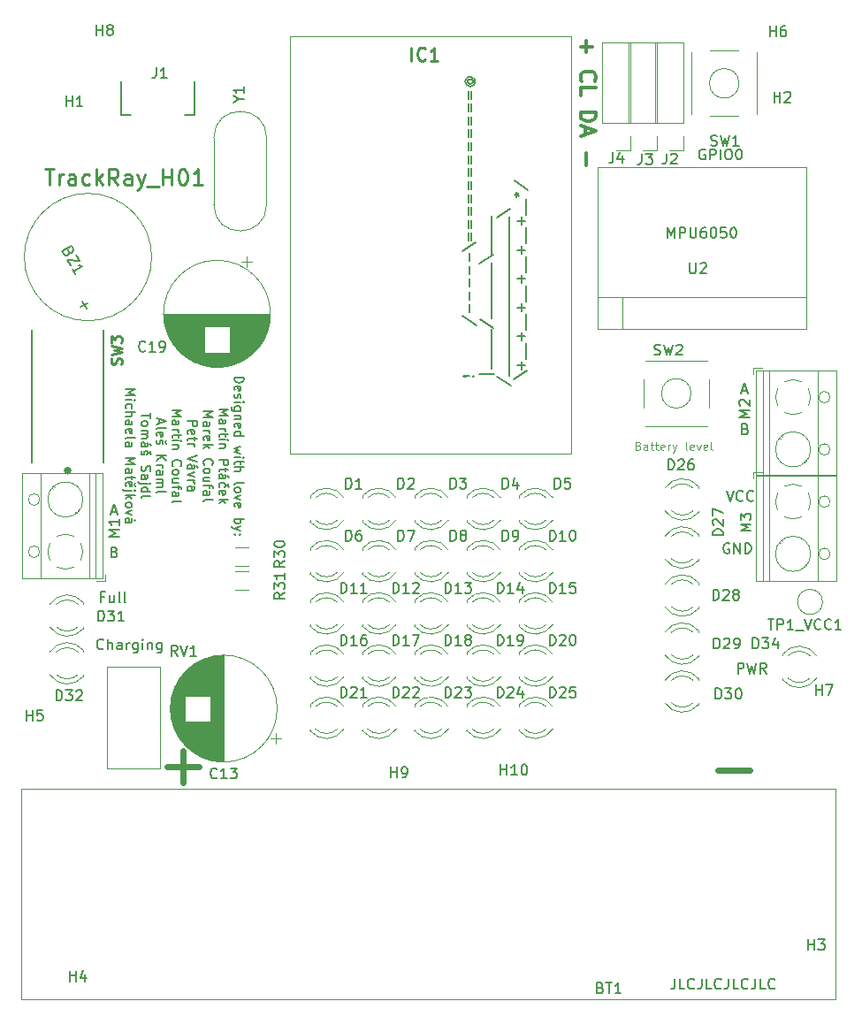
<source format=gbr>
G04 #@! TF.GenerationSoftware,KiCad,Pcbnew,(5.1.5)-3*
G04 #@! TF.CreationDate,2020-05-04T23:08:05+02:00*
G04 #@! TF.ProjectId,TrackRay_H01,54726163-6b52-4617-995f-4830312e6b69,rev?*
G04 #@! TF.SameCoordinates,Original*
G04 #@! TF.FileFunction,Legend,Top*
G04 #@! TF.FilePolarity,Positive*
%FSLAX46Y46*%
G04 Gerber Fmt 4.6, Leading zero omitted, Abs format (unit mm)*
G04 Created by KiCad (PCBNEW (5.1.5)-3) date 2020-05-04 23:08:05*
%MOMM*%
%LPD*%
G04 APERTURE LIST*
%ADD10C,0.600000*%
%ADD11C,0.150000*%
%ADD12C,0.120000*%
%ADD13C,0.140000*%
%ADD14C,0.300000*%
%ADD15C,0.262500*%
%ADD16C,0.200000*%
%ADD17C,0.127000*%
%ADD18C,0.100000*%
%ADD19C,0.203200*%
%ADD20C,0.250002*%
%ADD21C,0.254000*%
G04 APERTURE END LIST*
D10*
X66976190Y-71885714D02*
X70023809Y-71885714D01*
X14176190Y-71585714D02*
X17223809Y-71585714D01*
X15700000Y-73109523D02*
X15700000Y-70061904D01*
D11*
X69571428Y-39228571D02*
X69714285Y-39276190D01*
X69761904Y-39323809D01*
X69809523Y-39419047D01*
X69809523Y-39561904D01*
X69761904Y-39657142D01*
X69714285Y-39704761D01*
X69619047Y-39752380D01*
X69238095Y-39752380D01*
X69238095Y-38752380D01*
X69571428Y-38752380D01*
X69666666Y-38800000D01*
X69714285Y-38847619D01*
X69761904Y-38942857D01*
X69761904Y-39038095D01*
X69714285Y-39133333D01*
X69666666Y-39180952D01*
X69571428Y-39228571D01*
X69238095Y-39228571D01*
X69261904Y-35566666D02*
X69738095Y-35566666D01*
X69166666Y-35852380D02*
X69500000Y-34852380D01*
X69833333Y-35852380D01*
X68038095Y-50200000D02*
X67942857Y-50152380D01*
X67800000Y-50152380D01*
X67657142Y-50200000D01*
X67561904Y-50295238D01*
X67514285Y-50390476D01*
X67466666Y-50580952D01*
X67466666Y-50723809D01*
X67514285Y-50914285D01*
X67561904Y-51009523D01*
X67657142Y-51104761D01*
X67800000Y-51152380D01*
X67895238Y-51152380D01*
X68038095Y-51104761D01*
X68085714Y-51057142D01*
X68085714Y-50723809D01*
X67895238Y-50723809D01*
X68514285Y-51152380D02*
X68514285Y-50152380D01*
X69085714Y-51152380D01*
X69085714Y-50152380D01*
X69561904Y-51152380D02*
X69561904Y-50152380D01*
X69800000Y-50152380D01*
X69942857Y-50200000D01*
X70038095Y-50295238D01*
X70085714Y-50390476D01*
X70133333Y-50580952D01*
X70133333Y-50723809D01*
X70085714Y-50914285D01*
X70038095Y-51009523D01*
X69942857Y-51104761D01*
X69800000Y-51152380D01*
X69561904Y-51152380D01*
X67766666Y-45152380D02*
X68100000Y-46152380D01*
X68433333Y-45152380D01*
X69338095Y-46057142D02*
X69290476Y-46104761D01*
X69147619Y-46152380D01*
X69052380Y-46152380D01*
X68909523Y-46104761D01*
X68814285Y-46009523D01*
X68766666Y-45914285D01*
X68719047Y-45723809D01*
X68719047Y-45580952D01*
X68766666Y-45390476D01*
X68814285Y-45295238D01*
X68909523Y-45200000D01*
X69052380Y-45152380D01*
X69147619Y-45152380D01*
X69290476Y-45200000D01*
X69338095Y-45247619D01*
X70338095Y-46057142D02*
X70290476Y-46104761D01*
X70147619Y-46152380D01*
X70052380Y-46152380D01*
X69909523Y-46104761D01*
X69814285Y-46009523D01*
X69766666Y-45914285D01*
X69719047Y-45723809D01*
X69719047Y-45580952D01*
X69766666Y-45390476D01*
X69814285Y-45295238D01*
X69909523Y-45200000D01*
X70052380Y-45152380D01*
X70147619Y-45152380D01*
X70290476Y-45200000D01*
X70338095Y-45247619D01*
X9171428Y-51028571D02*
X9314285Y-51076190D01*
X9361904Y-51123809D01*
X9409523Y-51219047D01*
X9409523Y-51361904D01*
X9361904Y-51457142D01*
X9314285Y-51504761D01*
X9219047Y-51552380D01*
X8838095Y-51552380D01*
X8838095Y-50552380D01*
X9171428Y-50552380D01*
X9266666Y-50600000D01*
X9314285Y-50647619D01*
X9361904Y-50742857D01*
X9361904Y-50838095D01*
X9314285Y-50933333D01*
X9266666Y-50980952D01*
X9171428Y-51028571D01*
X8838095Y-51028571D01*
X8861904Y-47166666D02*
X9338095Y-47166666D01*
X8766666Y-47452380D02*
X9100000Y-46452380D01*
X9433333Y-47452380D01*
X68866666Y-62652380D02*
X68866666Y-61652380D01*
X69247619Y-61652380D01*
X69342857Y-61700000D01*
X69390476Y-61747619D01*
X69438095Y-61842857D01*
X69438095Y-61985714D01*
X69390476Y-62080952D01*
X69342857Y-62128571D01*
X69247619Y-62176190D01*
X68866666Y-62176190D01*
X69771428Y-61652380D02*
X70009523Y-62652380D01*
X70200000Y-61938095D01*
X70390476Y-62652380D01*
X70628571Y-61652380D01*
X71580952Y-62652380D02*
X71247619Y-62176190D01*
X71009523Y-62652380D02*
X71009523Y-61652380D01*
X71390476Y-61652380D01*
X71485714Y-61700000D01*
X71533333Y-61747619D01*
X71580952Y-61842857D01*
X71580952Y-61985714D01*
X71533333Y-62080952D01*
X71485714Y-62128571D01*
X71390476Y-62176190D01*
X71009523Y-62176190D01*
X8166666Y-55328571D02*
X7833333Y-55328571D01*
X7833333Y-55852380D02*
X7833333Y-54852380D01*
X8309523Y-54852380D01*
X9119047Y-55185714D02*
X9119047Y-55852380D01*
X8690476Y-55185714D02*
X8690476Y-55709523D01*
X8738095Y-55804761D01*
X8833333Y-55852380D01*
X8976190Y-55852380D01*
X9071428Y-55804761D01*
X9119047Y-55757142D01*
X9738095Y-55852380D02*
X9642857Y-55804761D01*
X9595238Y-55709523D01*
X9595238Y-54852380D01*
X10261904Y-55852380D02*
X10166666Y-55804761D01*
X10119047Y-55709523D01*
X10119047Y-54852380D01*
X8100000Y-60257142D02*
X8052380Y-60304761D01*
X7909523Y-60352380D01*
X7814285Y-60352380D01*
X7671428Y-60304761D01*
X7576190Y-60209523D01*
X7528571Y-60114285D01*
X7480952Y-59923809D01*
X7480952Y-59780952D01*
X7528571Y-59590476D01*
X7576190Y-59495238D01*
X7671428Y-59400000D01*
X7814285Y-59352380D01*
X7909523Y-59352380D01*
X8052380Y-59400000D01*
X8100000Y-59447619D01*
X8528571Y-60352380D02*
X8528571Y-59352380D01*
X8957142Y-60352380D02*
X8957142Y-59828571D01*
X8909523Y-59733333D01*
X8814285Y-59685714D01*
X8671428Y-59685714D01*
X8576190Y-59733333D01*
X8528571Y-59780952D01*
X9861904Y-60352380D02*
X9861904Y-59828571D01*
X9814285Y-59733333D01*
X9719047Y-59685714D01*
X9528571Y-59685714D01*
X9433333Y-59733333D01*
X9861904Y-60304761D02*
X9766666Y-60352380D01*
X9528571Y-60352380D01*
X9433333Y-60304761D01*
X9385714Y-60209523D01*
X9385714Y-60114285D01*
X9433333Y-60019047D01*
X9528571Y-59971428D01*
X9766666Y-59971428D01*
X9861904Y-59923809D01*
X10338095Y-60352380D02*
X10338095Y-59685714D01*
X10338095Y-59876190D02*
X10385714Y-59780952D01*
X10433333Y-59733333D01*
X10528571Y-59685714D01*
X10623809Y-59685714D01*
X11385714Y-59685714D02*
X11385714Y-60495238D01*
X11338095Y-60590476D01*
X11290476Y-60638095D01*
X11195238Y-60685714D01*
X11052380Y-60685714D01*
X10957142Y-60638095D01*
X11385714Y-60304761D02*
X11290476Y-60352380D01*
X11100000Y-60352380D01*
X11004761Y-60304761D01*
X10957142Y-60257142D01*
X10909523Y-60161904D01*
X10909523Y-59876190D01*
X10957142Y-59780952D01*
X11004761Y-59733333D01*
X11100000Y-59685714D01*
X11290476Y-59685714D01*
X11385714Y-59733333D01*
X11861904Y-60352380D02*
X11861904Y-59685714D01*
X11861904Y-59352380D02*
X11814285Y-59400000D01*
X11861904Y-59447619D01*
X11909523Y-59400000D01*
X11861904Y-59352380D01*
X11861904Y-59447619D01*
X12338095Y-59685714D02*
X12338095Y-60352380D01*
X12338095Y-59780952D02*
X12385714Y-59733333D01*
X12480952Y-59685714D01*
X12623809Y-59685714D01*
X12719047Y-59733333D01*
X12766666Y-59828571D01*
X12766666Y-60352380D01*
X13671428Y-59685714D02*
X13671428Y-60495238D01*
X13623809Y-60590476D01*
X13576190Y-60638095D01*
X13480952Y-60685714D01*
X13338095Y-60685714D01*
X13242857Y-60638095D01*
X13671428Y-60304761D02*
X13576190Y-60352380D01*
X13385714Y-60352380D01*
X13290476Y-60304761D01*
X13242857Y-60257142D01*
X13195238Y-60161904D01*
X13195238Y-59876190D01*
X13242857Y-59780952D01*
X13290476Y-59733333D01*
X13385714Y-59685714D01*
X13576190Y-59685714D01*
X13671428Y-59733333D01*
D12*
X59328571Y-40842857D02*
X59442857Y-40880952D01*
X59480952Y-40919047D01*
X59519047Y-40995238D01*
X59519047Y-41109523D01*
X59480952Y-41185714D01*
X59442857Y-41223809D01*
X59366666Y-41261904D01*
X59061904Y-41261904D01*
X59061904Y-40461904D01*
X59328571Y-40461904D01*
X59404761Y-40500000D01*
X59442857Y-40538095D01*
X59480952Y-40614285D01*
X59480952Y-40690476D01*
X59442857Y-40766666D01*
X59404761Y-40804761D01*
X59328571Y-40842857D01*
X59061904Y-40842857D01*
X60204761Y-41261904D02*
X60204761Y-40842857D01*
X60166666Y-40766666D01*
X60090476Y-40728571D01*
X59938095Y-40728571D01*
X59861904Y-40766666D01*
X60204761Y-41223809D02*
X60128571Y-41261904D01*
X59938095Y-41261904D01*
X59861904Y-41223809D01*
X59823809Y-41147619D01*
X59823809Y-41071428D01*
X59861904Y-40995238D01*
X59938095Y-40957142D01*
X60128571Y-40957142D01*
X60204761Y-40919047D01*
X60471428Y-40728571D02*
X60776190Y-40728571D01*
X60585714Y-40461904D02*
X60585714Y-41147619D01*
X60623809Y-41223809D01*
X60700000Y-41261904D01*
X60776190Y-41261904D01*
X60928571Y-40728571D02*
X61233333Y-40728571D01*
X61042857Y-40461904D02*
X61042857Y-41147619D01*
X61080952Y-41223809D01*
X61157142Y-41261904D01*
X61233333Y-41261904D01*
X61804761Y-41223809D02*
X61728571Y-41261904D01*
X61576190Y-41261904D01*
X61500000Y-41223809D01*
X61461904Y-41147619D01*
X61461904Y-40842857D01*
X61500000Y-40766666D01*
X61576190Y-40728571D01*
X61728571Y-40728571D01*
X61804761Y-40766666D01*
X61842857Y-40842857D01*
X61842857Y-40919047D01*
X61461904Y-40995238D01*
X62185714Y-41261904D02*
X62185714Y-40728571D01*
X62185714Y-40880952D02*
X62223809Y-40804761D01*
X62261904Y-40766666D01*
X62338095Y-40728571D01*
X62414285Y-40728571D01*
X62604761Y-40728571D02*
X62795238Y-41261904D01*
X62985714Y-40728571D02*
X62795238Y-41261904D01*
X62719047Y-41452380D01*
X62680952Y-41490476D01*
X62604761Y-41528571D01*
X64014285Y-41261904D02*
X63938095Y-41223809D01*
X63900000Y-41147619D01*
X63900000Y-40461904D01*
X64623809Y-41223809D02*
X64547619Y-41261904D01*
X64395238Y-41261904D01*
X64319047Y-41223809D01*
X64280952Y-41147619D01*
X64280952Y-40842857D01*
X64319047Y-40766666D01*
X64395238Y-40728571D01*
X64547619Y-40728571D01*
X64623809Y-40766666D01*
X64661904Y-40842857D01*
X64661904Y-40919047D01*
X64280952Y-40995238D01*
X64928571Y-40728571D02*
X65119047Y-41261904D01*
X65309523Y-40728571D01*
X65919047Y-41223809D02*
X65842857Y-41261904D01*
X65690476Y-41261904D01*
X65614285Y-41223809D01*
X65576190Y-41147619D01*
X65576190Y-40842857D01*
X65614285Y-40766666D01*
X65690476Y-40728571D01*
X65842857Y-40728571D01*
X65919047Y-40766666D01*
X65957142Y-40842857D01*
X65957142Y-40919047D01*
X65576190Y-40995238D01*
X66414285Y-41261904D02*
X66338095Y-41223809D01*
X66300000Y-41147619D01*
X66300000Y-40461904D01*
D11*
X65723809Y-12500000D02*
X65628571Y-12452380D01*
X65485714Y-12452380D01*
X65342857Y-12500000D01*
X65247619Y-12595238D01*
X65200000Y-12690476D01*
X65152380Y-12880952D01*
X65152380Y-13023809D01*
X65200000Y-13214285D01*
X65247619Y-13309523D01*
X65342857Y-13404761D01*
X65485714Y-13452380D01*
X65580952Y-13452380D01*
X65723809Y-13404761D01*
X65771428Y-13357142D01*
X65771428Y-13023809D01*
X65580952Y-13023809D01*
X66200000Y-13452380D02*
X66200000Y-12452380D01*
X66580952Y-12452380D01*
X66676190Y-12500000D01*
X66723809Y-12547619D01*
X66771428Y-12642857D01*
X66771428Y-12785714D01*
X66723809Y-12880952D01*
X66676190Y-12928571D01*
X66580952Y-12976190D01*
X66200000Y-12976190D01*
X67200000Y-13452380D02*
X67200000Y-12452380D01*
X67866666Y-12452380D02*
X68057142Y-12452380D01*
X68152380Y-12500000D01*
X68247619Y-12595238D01*
X68295238Y-12785714D01*
X68295238Y-13119047D01*
X68247619Y-13309523D01*
X68152380Y-13404761D01*
X68057142Y-13452380D01*
X67866666Y-13452380D01*
X67771428Y-13404761D01*
X67676190Y-13309523D01*
X67628571Y-13119047D01*
X67628571Y-12785714D01*
X67676190Y-12595238D01*
X67771428Y-12500000D01*
X67866666Y-12452380D01*
X68914285Y-12452380D02*
X69009523Y-12452380D01*
X69104761Y-12500000D01*
X69152380Y-12547619D01*
X69200000Y-12642857D01*
X69247619Y-12833333D01*
X69247619Y-13071428D01*
X69200000Y-13261904D01*
X69152380Y-13357142D01*
X69104761Y-13404761D01*
X69009523Y-13452380D01*
X68914285Y-13452380D01*
X68819047Y-13404761D01*
X68771428Y-13357142D01*
X68723809Y-13261904D01*
X68676190Y-13071428D01*
X68676190Y-12833333D01*
X68723809Y-12642857D01*
X68771428Y-12547619D01*
X68819047Y-12500000D01*
X68914285Y-12452380D01*
X43464982Y-34193260D02*
X43512601Y-34145640D01*
X43560220Y-34193260D01*
X43512601Y-34240879D01*
X43464982Y-34193260D01*
X43560220Y-34193260D01*
X43179268Y-34193260D02*
X42607840Y-34240879D01*
X42560220Y-34193260D01*
X42607840Y-34145640D01*
X43179268Y-34193260D01*
X42560220Y-34193260D01*
X42512601Y-28431355D02*
X43798316Y-29288498D01*
X43179268Y-28098021D02*
X43179268Y-27336117D01*
X43179268Y-26859926D02*
X43179268Y-26098021D01*
X43179268Y-25621831D02*
X43179268Y-24859926D01*
X43179268Y-24383736D02*
X43179268Y-23621831D01*
X43179268Y-23145640D02*
X43179268Y-22383736D01*
X42464982Y-22240879D02*
X43750697Y-21383736D01*
X43036411Y-21240879D02*
X43036411Y-20478974D01*
X43322125Y-20478974D02*
X43322125Y-21240879D01*
X43036411Y-20002783D02*
X43036411Y-19240879D01*
X43322125Y-19240879D02*
X43322125Y-20002783D01*
X43036411Y-18764688D02*
X43036411Y-18002783D01*
X43322125Y-18002783D02*
X43322125Y-18764688D01*
X43036411Y-17526593D02*
X43036411Y-16764688D01*
X43322125Y-16764688D02*
X43322125Y-17526593D01*
X43036411Y-16288498D02*
X43036411Y-15526593D01*
X43322125Y-15526593D02*
X43322125Y-16288498D01*
X43036411Y-15050402D02*
X43036411Y-14288498D01*
X43322125Y-14288498D02*
X43322125Y-15050402D01*
X43036411Y-13812307D02*
X43036411Y-13050402D01*
X43322125Y-13050402D02*
X43322125Y-13812307D01*
X43036411Y-12574212D02*
X43036411Y-11812307D01*
X43322125Y-11812307D02*
X43322125Y-12574212D01*
X43036411Y-11336117D02*
X43036411Y-10574212D01*
X43322125Y-10574212D02*
X43322125Y-11336117D01*
X43036411Y-10098021D02*
X43036411Y-9336117D01*
X43322125Y-9336117D02*
X43322125Y-10098021D01*
X43036411Y-8859926D02*
X43036411Y-8098021D01*
X43322125Y-8098021D02*
X43322125Y-8859926D01*
X43036411Y-7621831D02*
X43036411Y-6859926D01*
X43322125Y-6859926D02*
X43322125Y-7621831D01*
X43084030Y-5764688D02*
X43036411Y-5812307D01*
X42988792Y-5907545D01*
X42988792Y-6002783D01*
X43036411Y-6098021D01*
X43084030Y-6145640D01*
X43179268Y-6193259D01*
X43274506Y-6193259D01*
X43369744Y-6145640D01*
X43417363Y-6098021D01*
X43464982Y-6002783D01*
X43464982Y-5907545D01*
X43417363Y-5812307D01*
X43369744Y-5764688D01*
X42988792Y-5764688D02*
X43369744Y-5764688D01*
X43417363Y-5717069D01*
X43417363Y-5669450D01*
X43369744Y-5574212D01*
X43274506Y-5526593D01*
X43036411Y-5526593D01*
X42893554Y-5621831D01*
X42798316Y-5764688D01*
X42750697Y-5955164D01*
X42798316Y-6145640D01*
X42893554Y-6288498D01*
X43036411Y-6383736D01*
X43226887Y-6431355D01*
X43417363Y-6383736D01*
X43560220Y-6288498D01*
X43655459Y-6145640D01*
X43703078Y-5955164D01*
X43655459Y-5764688D01*
X43560220Y-5621831D01*
X45543554Y-33955164D02*
X44114982Y-33955164D01*
X45305459Y-33478974D02*
X45305459Y-32717069D01*
X45305459Y-32717069D02*
X45305459Y-31955164D01*
X45305459Y-31955164D02*
X45305459Y-31193260D01*
X45305459Y-31193260D02*
X45305459Y-30431355D01*
X45305459Y-30431355D02*
X45305459Y-29669450D01*
X44162601Y-28717069D02*
X45448316Y-29574212D01*
X45305459Y-28621831D02*
X45305459Y-27859926D01*
X45305459Y-27859926D02*
X45305459Y-27098021D01*
X45305459Y-27098021D02*
X45305459Y-26336117D01*
X45305459Y-26336117D02*
X45305459Y-25574212D01*
X45305459Y-25574212D02*
X45305459Y-24812307D01*
X45305459Y-24812307D02*
X45305459Y-24050402D01*
X45305459Y-24050402D02*
X45305459Y-23288498D01*
X44114982Y-23383736D02*
X45400697Y-22526593D01*
X45305459Y-22621831D02*
X45305459Y-21859926D01*
X45305459Y-21859926D02*
X45305459Y-21098021D01*
X45305459Y-21098021D02*
X45305459Y-20336117D01*
X45305459Y-20336117D02*
X45305459Y-19574212D01*
X45305459Y-19574212D02*
X45305459Y-18812307D01*
X45812601Y-34240879D02*
X47098316Y-35098021D01*
X46955459Y-34145640D02*
X46955459Y-33383736D01*
X46955459Y-33383736D02*
X46955459Y-32621831D01*
X46955459Y-32621831D02*
X46955459Y-31859926D01*
X46955459Y-31859926D02*
X46955459Y-31098021D01*
X46955459Y-31098021D02*
X46955459Y-30336117D01*
X46955459Y-30336117D02*
X46955459Y-29574212D01*
X46955459Y-29574212D02*
X46955459Y-28812307D01*
X46955459Y-28812307D02*
X46955459Y-28050402D01*
X46955459Y-28050402D02*
X46955459Y-27288498D01*
X46955459Y-27288498D02*
X46955459Y-26526593D01*
X46955459Y-26526593D02*
X46955459Y-25764688D01*
X46955459Y-25764688D02*
X46955459Y-25002783D01*
X46955459Y-25002783D02*
X46955459Y-24240879D01*
X46955459Y-24240879D02*
X46955459Y-23478974D01*
X46955459Y-23478974D02*
X46955459Y-22717069D01*
X46955459Y-22717069D02*
X46955459Y-21955164D01*
X46955459Y-21955164D02*
X46955459Y-21193260D01*
X46955459Y-21193260D02*
X46955459Y-20431355D01*
X46955459Y-20431355D02*
X46955459Y-19669450D01*
X46955459Y-19669450D02*
X46955459Y-18907545D01*
X45764982Y-19002783D02*
X47050697Y-18145640D01*
X47414982Y-34526593D02*
X48700697Y-33669450D01*
X48129268Y-33526593D02*
X48129268Y-32764688D01*
X48510220Y-33145640D02*
X47748316Y-33145640D01*
X48605459Y-32526593D02*
X48605459Y-31764688D01*
X48605459Y-31764688D02*
X48605459Y-31002783D01*
X48129268Y-30764688D02*
X48129268Y-30002783D01*
X48510220Y-30383736D02*
X47748316Y-30383736D01*
X48605459Y-29764688D02*
X48605459Y-29002783D01*
X48605459Y-29002783D02*
X48605459Y-28240879D01*
X48129268Y-28002783D02*
X48129268Y-27240879D01*
X48510220Y-27621831D02*
X47748316Y-27621831D01*
X48605459Y-27002783D02*
X48605459Y-26240879D01*
X48605459Y-26240879D02*
X48605459Y-25478974D01*
X48129268Y-25240879D02*
X48129268Y-24478974D01*
X48510220Y-24859926D02*
X47748316Y-24859926D01*
X48605459Y-24240879D02*
X48605459Y-23478974D01*
X48605459Y-23478974D02*
X48605459Y-22717069D01*
X48129268Y-22478974D02*
X48129268Y-21717069D01*
X48510220Y-22098021D02*
X47748316Y-22098021D01*
X48605459Y-21478974D02*
X48605459Y-20717069D01*
X48605459Y-20717069D02*
X48605459Y-19955164D01*
X48129268Y-19717069D02*
X48129268Y-18955164D01*
X48510220Y-19336117D02*
X47748316Y-19336117D01*
X48605459Y-18717069D02*
X48605459Y-17955164D01*
X48605459Y-17955164D02*
X48605459Y-17193260D01*
X47510220Y-16812307D02*
X47748316Y-16812307D01*
X47653078Y-17050402D02*
X47748316Y-16812307D01*
X47653078Y-16574212D01*
X47938792Y-16955164D02*
X47748316Y-16812307D01*
X47938792Y-16669450D01*
X47462601Y-15478974D02*
X48748316Y-16336117D01*
D13*
X20657457Y-34286971D02*
X21557457Y-34286971D01*
X21557457Y-34501257D01*
X21514600Y-34629828D01*
X21428885Y-34715542D01*
X21343171Y-34758400D01*
X21171742Y-34801257D01*
X21043171Y-34801257D01*
X20871742Y-34758400D01*
X20786028Y-34715542D01*
X20700314Y-34629828D01*
X20657457Y-34501257D01*
X20657457Y-34286971D01*
X20700314Y-35529828D02*
X20657457Y-35444114D01*
X20657457Y-35272685D01*
X20700314Y-35186971D01*
X20786028Y-35144114D01*
X21128885Y-35144114D01*
X21214600Y-35186971D01*
X21257457Y-35272685D01*
X21257457Y-35444114D01*
X21214600Y-35529828D01*
X21128885Y-35572685D01*
X21043171Y-35572685D01*
X20957457Y-35144114D01*
X20700314Y-35915542D02*
X20657457Y-36001257D01*
X20657457Y-36172685D01*
X20700314Y-36258400D01*
X20786028Y-36301257D01*
X20828885Y-36301257D01*
X20914600Y-36258400D01*
X20957457Y-36172685D01*
X20957457Y-36044114D01*
X21000314Y-35958400D01*
X21086028Y-35915542D01*
X21128885Y-35915542D01*
X21214600Y-35958400D01*
X21257457Y-36044114D01*
X21257457Y-36172685D01*
X21214600Y-36258400D01*
X20657457Y-36686971D02*
X21257457Y-36686971D01*
X21557457Y-36686971D02*
X21514600Y-36644114D01*
X21471742Y-36686971D01*
X21514600Y-36729828D01*
X21557457Y-36686971D01*
X21471742Y-36686971D01*
X21257457Y-37501257D02*
X20528885Y-37501257D01*
X20443171Y-37458400D01*
X20400314Y-37415542D01*
X20357457Y-37329828D01*
X20357457Y-37201257D01*
X20400314Y-37115542D01*
X20700314Y-37501257D02*
X20657457Y-37415542D01*
X20657457Y-37244114D01*
X20700314Y-37158400D01*
X20743171Y-37115542D01*
X20828885Y-37072685D01*
X21086028Y-37072685D01*
X21171742Y-37115542D01*
X21214600Y-37158400D01*
X21257457Y-37244114D01*
X21257457Y-37415542D01*
X21214600Y-37501257D01*
X21257457Y-37929828D02*
X20657457Y-37929828D01*
X21171742Y-37929828D02*
X21214600Y-37972685D01*
X21257457Y-38058400D01*
X21257457Y-38186971D01*
X21214600Y-38272685D01*
X21128885Y-38315542D01*
X20657457Y-38315542D01*
X20700314Y-39086971D02*
X20657457Y-39001257D01*
X20657457Y-38829828D01*
X20700314Y-38744114D01*
X20786028Y-38701257D01*
X21128885Y-38701257D01*
X21214600Y-38744114D01*
X21257457Y-38829828D01*
X21257457Y-39001257D01*
X21214600Y-39086971D01*
X21128885Y-39129828D01*
X21043171Y-39129828D01*
X20957457Y-38701257D01*
X20657457Y-39901257D02*
X21557457Y-39901257D01*
X20700314Y-39901257D02*
X20657457Y-39815542D01*
X20657457Y-39644114D01*
X20700314Y-39558400D01*
X20743171Y-39515542D01*
X20828885Y-39472685D01*
X21086028Y-39472685D01*
X21171742Y-39515542D01*
X21214600Y-39558400D01*
X21257457Y-39644114D01*
X21257457Y-39815542D01*
X21214600Y-39901257D01*
X21257457Y-40929828D02*
X20657457Y-41101257D01*
X21086028Y-41272685D01*
X20657457Y-41444114D01*
X21257457Y-41615542D01*
X20657457Y-41958400D02*
X21257457Y-41958400D01*
X21557457Y-41958400D02*
X21514600Y-41915542D01*
X21471742Y-41958400D01*
X21514600Y-42001257D01*
X21557457Y-41958400D01*
X21471742Y-41958400D01*
X21257457Y-42258400D02*
X21257457Y-42601257D01*
X21557457Y-42386971D02*
X20786028Y-42386971D01*
X20700314Y-42429828D01*
X20657457Y-42515542D01*
X20657457Y-42601257D01*
X20657457Y-42901257D02*
X21557457Y-42901257D01*
X20657457Y-43286971D02*
X21128885Y-43286971D01*
X21214600Y-43244114D01*
X21257457Y-43158400D01*
X21257457Y-43029828D01*
X21214600Y-42944114D01*
X21171742Y-42901257D01*
X20657457Y-44529828D02*
X20700314Y-44444114D01*
X20786028Y-44401257D01*
X21557457Y-44401257D01*
X20657457Y-45001257D02*
X20700314Y-44915542D01*
X20743171Y-44872685D01*
X20828885Y-44829828D01*
X21086028Y-44829828D01*
X21171742Y-44872685D01*
X21214600Y-44915542D01*
X21257457Y-45001257D01*
X21257457Y-45129828D01*
X21214600Y-45215542D01*
X21171742Y-45258400D01*
X21086028Y-45301257D01*
X20828885Y-45301257D01*
X20743171Y-45258400D01*
X20700314Y-45215542D01*
X20657457Y-45129828D01*
X20657457Y-45001257D01*
X21257457Y-45601257D02*
X20657457Y-45815542D01*
X21257457Y-46029828D01*
X20700314Y-46715542D02*
X20657457Y-46629828D01*
X20657457Y-46458400D01*
X20700314Y-46372685D01*
X20786028Y-46329828D01*
X21128885Y-46329828D01*
X21214600Y-46372685D01*
X21257457Y-46458400D01*
X21257457Y-46629828D01*
X21214600Y-46715542D01*
X21128885Y-46758400D01*
X21043171Y-46758400D01*
X20957457Y-46329828D01*
X20657457Y-47829828D02*
X21557457Y-47829828D01*
X21214600Y-47829828D02*
X21257457Y-47915542D01*
X21257457Y-48086971D01*
X21214600Y-48172685D01*
X21171742Y-48215542D01*
X21086028Y-48258400D01*
X20828885Y-48258400D01*
X20743171Y-48215542D01*
X20700314Y-48172685D01*
X20657457Y-48086971D01*
X20657457Y-47915542D01*
X20700314Y-47829828D01*
X21257457Y-48558400D02*
X20657457Y-48772685D01*
X21257457Y-48986971D02*
X20657457Y-48772685D01*
X20443171Y-48686971D01*
X20400314Y-48644114D01*
X20357457Y-48558400D01*
X20743171Y-49329828D02*
X20700314Y-49372685D01*
X20657457Y-49329828D01*
X20700314Y-49286971D01*
X20743171Y-49329828D01*
X20657457Y-49329828D01*
X21214600Y-49329828D02*
X21171742Y-49372685D01*
X21128885Y-49329828D01*
X21171742Y-49286971D01*
X21214600Y-49329828D01*
X21128885Y-49329828D01*
X19167457Y-37351257D02*
X20067457Y-37351257D01*
X19424600Y-37651257D01*
X20067457Y-37951257D01*
X19167457Y-37951257D01*
X19167457Y-38765542D02*
X19638885Y-38765542D01*
X19724600Y-38722685D01*
X19767457Y-38636971D01*
X19767457Y-38465542D01*
X19724600Y-38379828D01*
X19210314Y-38765542D02*
X19167457Y-38679828D01*
X19167457Y-38465542D01*
X19210314Y-38379828D01*
X19296028Y-38336971D01*
X19381742Y-38336971D01*
X19467457Y-38379828D01*
X19510314Y-38465542D01*
X19510314Y-38679828D01*
X19553171Y-38765542D01*
X19167457Y-39194114D02*
X19767457Y-39194114D01*
X19596028Y-39194114D02*
X19681742Y-39236971D01*
X19724600Y-39279828D01*
X19767457Y-39365542D01*
X19767457Y-39451257D01*
X19767457Y-39622685D02*
X19767457Y-39965542D01*
X20067457Y-39751257D02*
X19296028Y-39751257D01*
X19210314Y-39794114D01*
X19167457Y-39879828D01*
X19167457Y-39965542D01*
X19167457Y-40265542D02*
X19767457Y-40265542D01*
X20067457Y-40265542D02*
X20024600Y-40222685D01*
X19981742Y-40265542D01*
X20024600Y-40308400D01*
X20067457Y-40265542D01*
X19981742Y-40265542D01*
X19767457Y-40694114D02*
X19167457Y-40694114D01*
X19681742Y-40694114D02*
X19724600Y-40736971D01*
X19767457Y-40822685D01*
X19767457Y-40951257D01*
X19724600Y-41036971D01*
X19638885Y-41079828D01*
X19167457Y-41079828D01*
X19167457Y-42194114D02*
X20067457Y-42194114D01*
X20067457Y-42536971D01*
X20024600Y-42622685D01*
X19981742Y-42665542D01*
X19896028Y-42708400D01*
X19767457Y-42708400D01*
X19681742Y-42665542D01*
X19638885Y-42622685D01*
X19596028Y-42536971D01*
X19596028Y-42194114D01*
X19767457Y-42965542D02*
X19767457Y-43308400D01*
X20067457Y-43094114D02*
X19296028Y-43094114D01*
X19210314Y-43136971D01*
X19167457Y-43222685D01*
X19167457Y-43308400D01*
X19167457Y-43994114D02*
X19638885Y-43994114D01*
X19724600Y-43951257D01*
X19767457Y-43865542D01*
X19767457Y-43694114D01*
X19724600Y-43608400D01*
X19210314Y-43994114D02*
X19167457Y-43908400D01*
X19167457Y-43694114D01*
X19210314Y-43608400D01*
X19296028Y-43565542D01*
X19381742Y-43565542D01*
X19467457Y-43608400D01*
X19510314Y-43694114D01*
X19510314Y-43908400D01*
X19553171Y-43994114D01*
X20110314Y-43865542D02*
X19981742Y-43736971D01*
X19210314Y-44808400D02*
X19167457Y-44722685D01*
X19167457Y-44551257D01*
X19210314Y-44465542D01*
X19253171Y-44422685D01*
X19338885Y-44379828D01*
X19596028Y-44379828D01*
X19681742Y-44422685D01*
X19724600Y-44465542D01*
X19767457Y-44551257D01*
X19767457Y-44722685D01*
X19724600Y-44808400D01*
X20110314Y-44465542D02*
X19981742Y-44636971D01*
X20110314Y-44808400D01*
X19210314Y-45536971D02*
X19167457Y-45451257D01*
X19167457Y-45279828D01*
X19210314Y-45194114D01*
X19296028Y-45151257D01*
X19638885Y-45151257D01*
X19724600Y-45194114D01*
X19767457Y-45279828D01*
X19767457Y-45451257D01*
X19724600Y-45536971D01*
X19638885Y-45579828D01*
X19553171Y-45579828D01*
X19467457Y-45151257D01*
X19167457Y-45965542D02*
X20067457Y-45965542D01*
X19510314Y-46051257D02*
X19167457Y-46308400D01*
X19767457Y-46308400D02*
X19424600Y-45965542D01*
X17677457Y-37565542D02*
X18577457Y-37565542D01*
X17934600Y-37865542D01*
X18577457Y-38165542D01*
X17677457Y-38165542D01*
X17677457Y-38979828D02*
X18148885Y-38979828D01*
X18234600Y-38936971D01*
X18277457Y-38851257D01*
X18277457Y-38679828D01*
X18234600Y-38594114D01*
X17720314Y-38979828D02*
X17677457Y-38894114D01*
X17677457Y-38679828D01*
X17720314Y-38594114D01*
X17806028Y-38551257D01*
X17891742Y-38551257D01*
X17977457Y-38594114D01*
X18020314Y-38679828D01*
X18020314Y-38894114D01*
X18063171Y-38979828D01*
X17677457Y-39408400D02*
X18277457Y-39408400D01*
X18106028Y-39408400D02*
X18191742Y-39451257D01*
X18234600Y-39494114D01*
X18277457Y-39579828D01*
X18277457Y-39665542D01*
X17720314Y-40308400D02*
X17677457Y-40222685D01*
X17677457Y-40051257D01*
X17720314Y-39965542D01*
X17806028Y-39922685D01*
X18148885Y-39922685D01*
X18234600Y-39965542D01*
X18277457Y-40051257D01*
X18277457Y-40222685D01*
X18234600Y-40308400D01*
X18148885Y-40351257D01*
X18063171Y-40351257D01*
X17977457Y-39922685D01*
X17677457Y-40736971D02*
X18577457Y-40736971D01*
X18020314Y-40822685D02*
X17677457Y-41079828D01*
X18277457Y-41079828D02*
X17934600Y-40736971D01*
X17763171Y-42665542D02*
X17720314Y-42622685D01*
X17677457Y-42494114D01*
X17677457Y-42408400D01*
X17720314Y-42279828D01*
X17806028Y-42194114D01*
X17891742Y-42151257D01*
X18063171Y-42108400D01*
X18191742Y-42108400D01*
X18363171Y-42151257D01*
X18448885Y-42194114D01*
X18534600Y-42279828D01*
X18577457Y-42408400D01*
X18577457Y-42494114D01*
X18534600Y-42622685D01*
X18491742Y-42665542D01*
X17677457Y-43179828D02*
X17720314Y-43094114D01*
X17763171Y-43051257D01*
X17848885Y-43008400D01*
X18106028Y-43008400D01*
X18191742Y-43051257D01*
X18234600Y-43094114D01*
X18277457Y-43179828D01*
X18277457Y-43308400D01*
X18234600Y-43394114D01*
X18191742Y-43436971D01*
X18106028Y-43479828D01*
X17848885Y-43479828D01*
X17763171Y-43436971D01*
X17720314Y-43394114D01*
X17677457Y-43308400D01*
X17677457Y-43179828D01*
X18277457Y-44251257D02*
X17677457Y-44251257D01*
X18277457Y-43865542D02*
X17806028Y-43865542D01*
X17720314Y-43908400D01*
X17677457Y-43994114D01*
X17677457Y-44122685D01*
X17720314Y-44208400D01*
X17763171Y-44251257D01*
X18277457Y-44551257D02*
X18277457Y-44894114D01*
X17677457Y-44679828D02*
X18448885Y-44679828D01*
X18534600Y-44722685D01*
X18577457Y-44808400D01*
X18577457Y-44894114D01*
X17677457Y-45579828D02*
X18148885Y-45579828D01*
X18234600Y-45536971D01*
X18277457Y-45451257D01*
X18277457Y-45279828D01*
X18234600Y-45194114D01*
X17720314Y-45579828D02*
X17677457Y-45494114D01*
X17677457Y-45279828D01*
X17720314Y-45194114D01*
X17806028Y-45151257D01*
X17891742Y-45151257D01*
X17977457Y-45194114D01*
X18020314Y-45279828D01*
X18020314Y-45494114D01*
X18063171Y-45579828D01*
X17677457Y-46136971D02*
X17720314Y-46051257D01*
X17806028Y-46008400D01*
X18577457Y-46008400D01*
X16187457Y-38486971D02*
X17087457Y-38486971D01*
X17087457Y-38829828D01*
X17044600Y-38915542D01*
X17001742Y-38958400D01*
X16916028Y-39001257D01*
X16787457Y-39001257D01*
X16701742Y-38958400D01*
X16658885Y-38915542D01*
X16616028Y-38829828D01*
X16616028Y-38486971D01*
X16230314Y-39729828D02*
X16187457Y-39644114D01*
X16187457Y-39472685D01*
X16230314Y-39386971D01*
X16316028Y-39344114D01*
X16658885Y-39344114D01*
X16744600Y-39386971D01*
X16787457Y-39472685D01*
X16787457Y-39644114D01*
X16744600Y-39729828D01*
X16658885Y-39772685D01*
X16573171Y-39772685D01*
X16487457Y-39344114D01*
X16787457Y-40029828D02*
X16787457Y-40372685D01*
X17087457Y-40158400D02*
X16316028Y-40158400D01*
X16230314Y-40201257D01*
X16187457Y-40286971D01*
X16187457Y-40372685D01*
X16187457Y-40672685D02*
X16787457Y-40672685D01*
X16616028Y-40672685D02*
X16701742Y-40715542D01*
X16744600Y-40758400D01*
X16787457Y-40844114D01*
X16787457Y-40929828D01*
X17087457Y-41786971D02*
X16187457Y-42086971D01*
X17087457Y-42386971D01*
X16187457Y-43072685D02*
X16658885Y-43072685D01*
X16744600Y-43029828D01*
X16787457Y-42944114D01*
X16787457Y-42772685D01*
X16744600Y-42686971D01*
X16230314Y-43072685D02*
X16187457Y-42986971D01*
X16187457Y-42772685D01*
X16230314Y-42686971D01*
X16316028Y-42644114D01*
X16401742Y-42644114D01*
X16487457Y-42686971D01*
X16530314Y-42772685D01*
X16530314Y-42986971D01*
X16573171Y-43072685D01*
X17130314Y-42944114D02*
X17001742Y-42815542D01*
X16787457Y-43415542D02*
X16187457Y-43629828D01*
X16787457Y-43844114D01*
X16187457Y-44186971D02*
X16787457Y-44186971D01*
X16616028Y-44186971D02*
X16701742Y-44229828D01*
X16744600Y-44272685D01*
X16787457Y-44358400D01*
X16787457Y-44444114D01*
X16187457Y-45129828D02*
X16658885Y-45129828D01*
X16744600Y-45086971D01*
X16787457Y-45001257D01*
X16787457Y-44829828D01*
X16744600Y-44744114D01*
X16230314Y-45129828D02*
X16187457Y-45044114D01*
X16187457Y-44829828D01*
X16230314Y-44744114D01*
X16316028Y-44701257D01*
X16401742Y-44701257D01*
X16487457Y-44744114D01*
X16530314Y-44829828D01*
X16530314Y-45044114D01*
X16573171Y-45129828D01*
X14697457Y-37436971D02*
X15597457Y-37436971D01*
X14954600Y-37736971D01*
X15597457Y-38036971D01*
X14697457Y-38036971D01*
X14697457Y-38851257D02*
X15168885Y-38851257D01*
X15254600Y-38808400D01*
X15297457Y-38722685D01*
X15297457Y-38551257D01*
X15254600Y-38465542D01*
X14740314Y-38851257D02*
X14697457Y-38765542D01*
X14697457Y-38551257D01*
X14740314Y-38465542D01*
X14826028Y-38422685D01*
X14911742Y-38422685D01*
X14997457Y-38465542D01*
X15040314Y-38551257D01*
X15040314Y-38765542D01*
X15083171Y-38851257D01*
X14697457Y-39279828D02*
X15297457Y-39279828D01*
X15126028Y-39279828D02*
X15211742Y-39322685D01*
X15254600Y-39365542D01*
X15297457Y-39451257D01*
X15297457Y-39536971D01*
X15297457Y-39708400D02*
X15297457Y-40051257D01*
X15597457Y-39836971D02*
X14826028Y-39836971D01*
X14740314Y-39879828D01*
X14697457Y-39965542D01*
X14697457Y-40051257D01*
X14697457Y-40351257D02*
X15297457Y-40351257D01*
X15597457Y-40351257D02*
X15554600Y-40308400D01*
X15511742Y-40351257D01*
X15554600Y-40394114D01*
X15597457Y-40351257D01*
X15511742Y-40351257D01*
X15297457Y-40779828D02*
X14697457Y-40779828D01*
X15211742Y-40779828D02*
X15254600Y-40822685D01*
X15297457Y-40908400D01*
X15297457Y-41036971D01*
X15254600Y-41122685D01*
X15168885Y-41165542D01*
X14697457Y-41165542D01*
X14783171Y-42794114D02*
X14740314Y-42751257D01*
X14697457Y-42622685D01*
X14697457Y-42536971D01*
X14740314Y-42408400D01*
X14826028Y-42322685D01*
X14911742Y-42279828D01*
X15083171Y-42236971D01*
X15211742Y-42236971D01*
X15383171Y-42279828D01*
X15468885Y-42322685D01*
X15554600Y-42408400D01*
X15597457Y-42536971D01*
X15597457Y-42622685D01*
X15554600Y-42751257D01*
X15511742Y-42794114D01*
X14697457Y-43308400D02*
X14740314Y-43222685D01*
X14783171Y-43179828D01*
X14868885Y-43136971D01*
X15126028Y-43136971D01*
X15211742Y-43179828D01*
X15254600Y-43222685D01*
X15297457Y-43308400D01*
X15297457Y-43436971D01*
X15254600Y-43522685D01*
X15211742Y-43565542D01*
X15126028Y-43608400D01*
X14868885Y-43608400D01*
X14783171Y-43565542D01*
X14740314Y-43522685D01*
X14697457Y-43436971D01*
X14697457Y-43308400D01*
X15297457Y-44379828D02*
X14697457Y-44379828D01*
X15297457Y-43994114D02*
X14826028Y-43994114D01*
X14740314Y-44036971D01*
X14697457Y-44122685D01*
X14697457Y-44251257D01*
X14740314Y-44336971D01*
X14783171Y-44379828D01*
X15297457Y-44679828D02*
X15297457Y-45022685D01*
X14697457Y-44808400D02*
X15468885Y-44808400D01*
X15554600Y-44851257D01*
X15597457Y-44936971D01*
X15597457Y-45022685D01*
X14697457Y-45708400D02*
X15168885Y-45708400D01*
X15254600Y-45665542D01*
X15297457Y-45579828D01*
X15297457Y-45408400D01*
X15254600Y-45322685D01*
X14740314Y-45708400D02*
X14697457Y-45622685D01*
X14697457Y-45408400D01*
X14740314Y-45322685D01*
X14826028Y-45279828D01*
X14911742Y-45279828D01*
X14997457Y-45322685D01*
X15040314Y-45408400D01*
X15040314Y-45622685D01*
X15083171Y-45708400D01*
X14697457Y-46265542D02*
X14740314Y-46179828D01*
X14826028Y-46136971D01*
X15597457Y-46136971D01*
X13464600Y-38294114D02*
X13464600Y-38722685D01*
X13207457Y-38208400D02*
X14107457Y-38508400D01*
X13207457Y-38808400D01*
X13207457Y-39236971D02*
X13250314Y-39151257D01*
X13336028Y-39108400D01*
X14107457Y-39108400D01*
X13250314Y-39922685D02*
X13207457Y-39836971D01*
X13207457Y-39665542D01*
X13250314Y-39579828D01*
X13336028Y-39536971D01*
X13678885Y-39536971D01*
X13764600Y-39579828D01*
X13807457Y-39665542D01*
X13807457Y-39836971D01*
X13764600Y-39922685D01*
X13678885Y-39965542D01*
X13593171Y-39965542D01*
X13507457Y-39536971D01*
X13250314Y-40308400D02*
X13207457Y-40394114D01*
X13207457Y-40565542D01*
X13250314Y-40651257D01*
X13336028Y-40694114D01*
X13378885Y-40694114D01*
X13464600Y-40651257D01*
X13507457Y-40565542D01*
X13507457Y-40436971D01*
X13550314Y-40351257D01*
X13636028Y-40308400D01*
X13678885Y-40308400D01*
X13764600Y-40351257D01*
X13807457Y-40436971D01*
X13807457Y-40565542D01*
X13764600Y-40651257D01*
X14150314Y-40308400D02*
X14021742Y-40479828D01*
X14150314Y-40651257D01*
X13207457Y-41765542D02*
X14107457Y-41765542D01*
X13207457Y-42279828D02*
X13721742Y-41894114D01*
X14107457Y-42279828D02*
X13593171Y-41765542D01*
X13207457Y-42665542D02*
X13807457Y-42665542D01*
X13636028Y-42665542D02*
X13721742Y-42708400D01*
X13764600Y-42751257D01*
X13807457Y-42836971D01*
X13807457Y-42922685D01*
X13207457Y-43608400D02*
X13678885Y-43608400D01*
X13764600Y-43565542D01*
X13807457Y-43479828D01*
X13807457Y-43308400D01*
X13764600Y-43222685D01*
X13250314Y-43608400D02*
X13207457Y-43522685D01*
X13207457Y-43308400D01*
X13250314Y-43222685D01*
X13336028Y-43179828D01*
X13421742Y-43179828D01*
X13507457Y-43222685D01*
X13550314Y-43308400D01*
X13550314Y-43522685D01*
X13593171Y-43608400D01*
X13207457Y-44036971D02*
X13807457Y-44036971D01*
X13721742Y-44036971D02*
X13764600Y-44079828D01*
X13807457Y-44165542D01*
X13807457Y-44294114D01*
X13764600Y-44379828D01*
X13678885Y-44422685D01*
X13207457Y-44422685D01*
X13678885Y-44422685D02*
X13764600Y-44465542D01*
X13807457Y-44551257D01*
X13807457Y-44679828D01*
X13764600Y-44765542D01*
X13678885Y-44808400D01*
X13207457Y-44808400D01*
X13207457Y-45365542D02*
X13250314Y-45279828D01*
X13336028Y-45236971D01*
X14107457Y-45236971D01*
X12617457Y-37736971D02*
X12617457Y-38251257D01*
X11717457Y-37994114D02*
X12617457Y-37994114D01*
X11717457Y-38679828D02*
X11760314Y-38594114D01*
X11803171Y-38551257D01*
X11888885Y-38508400D01*
X12146028Y-38508400D01*
X12231742Y-38551257D01*
X12274600Y-38594114D01*
X12317457Y-38679828D01*
X12317457Y-38808400D01*
X12274600Y-38894114D01*
X12231742Y-38936971D01*
X12146028Y-38979828D01*
X11888885Y-38979828D01*
X11803171Y-38936971D01*
X11760314Y-38894114D01*
X11717457Y-38808400D01*
X11717457Y-38679828D01*
X11717457Y-39365542D02*
X12317457Y-39365542D01*
X12231742Y-39365542D02*
X12274600Y-39408400D01*
X12317457Y-39494114D01*
X12317457Y-39622685D01*
X12274600Y-39708400D01*
X12188885Y-39751257D01*
X11717457Y-39751257D01*
X12188885Y-39751257D02*
X12274600Y-39794114D01*
X12317457Y-39879828D01*
X12317457Y-40008400D01*
X12274600Y-40094114D01*
X12188885Y-40136971D01*
X11717457Y-40136971D01*
X11717457Y-40951257D02*
X12188885Y-40951257D01*
X12274600Y-40908400D01*
X12317457Y-40822685D01*
X12317457Y-40651257D01*
X12274600Y-40565542D01*
X11760314Y-40951257D02*
X11717457Y-40865542D01*
X11717457Y-40651257D01*
X11760314Y-40565542D01*
X11846028Y-40522685D01*
X11931742Y-40522685D01*
X12017457Y-40565542D01*
X12060314Y-40651257D01*
X12060314Y-40865542D01*
X12103171Y-40951257D01*
X12660314Y-40822685D02*
X12531742Y-40694114D01*
X11760314Y-41336971D02*
X11717457Y-41422685D01*
X11717457Y-41594114D01*
X11760314Y-41679828D01*
X11846028Y-41722685D01*
X11888885Y-41722685D01*
X11974600Y-41679828D01*
X12017457Y-41594114D01*
X12017457Y-41465542D01*
X12060314Y-41379828D01*
X12146028Y-41336971D01*
X12188885Y-41336971D01*
X12274600Y-41379828D01*
X12317457Y-41465542D01*
X12317457Y-41594114D01*
X12274600Y-41679828D01*
X12660314Y-41336971D02*
X12531742Y-41508400D01*
X12660314Y-41679828D01*
X11760314Y-42751257D02*
X11717457Y-42879828D01*
X11717457Y-43094114D01*
X11760314Y-43179828D01*
X11803171Y-43222685D01*
X11888885Y-43265542D01*
X11974600Y-43265542D01*
X12060314Y-43222685D01*
X12103171Y-43179828D01*
X12146028Y-43094114D01*
X12188885Y-42922685D01*
X12231742Y-42836971D01*
X12274600Y-42794114D01*
X12360314Y-42751257D01*
X12446028Y-42751257D01*
X12531742Y-42794114D01*
X12574600Y-42836971D01*
X12617457Y-42922685D01*
X12617457Y-43136971D01*
X12574600Y-43265542D01*
X11717457Y-44036971D02*
X12188885Y-44036971D01*
X12274600Y-43994114D01*
X12317457Y-43908400D01*
X12317457Y-43736971D01*
X12274600Y-43651257D01*
X11760314Y-44036971D02*
X11717457Y-43951257D01*
X11717457Y-43736971D01*
X11760314Y-43651257D01*
X11846028Y-43608400D01*
X11931742Y-43608400D01*
X12017457Y-43651257D01*
X12060314Y-43736971D01*
X12060314Y-43951257D01*
X12103171Y-44036971D01*
X12317457Y-44465542D02*
X11546028Y-44465542D01*
X11460314Y-44422685D01*
X11417457Y-44336971D01*
X11417457Y-44294114D01*
X12617457Y-44465542D02*
X12574600Y-44422685D01*
X12531742Y-44465542D01*
X12574600Y-44508400D01*
X12617457Y-44465542D01*
X12531742Y-44465542D01*
X11717457Y-45279828D02*
X12617457Y-45279828D01*
X11760314Y-45279828D02*
X11717457Y-45194114D01*
X11717457Y-45022685D01*
X11760314Y-44936971D01*
X11803171Y-44894114D01*
X11888885Y-44851257D01*
X12146028Y-44851257D01*
X12231742Y-44894114D01*
X12274600Y-44936971D01*
X12317457Y-45022685D01*
X12317457Y-45194114D01*
X12274600Y-45279828D01*
X11717457Y-45836971D02*
X11760314Y-45751257D01*
X11846028Y-45708400D01*
X12617457Y-45708400D01*
X10227457Y-35422685D02*
X11127457Y-35422685D01*
X10484600Y-35722685D01*
X11127457Y-36022685D01*
X10227457Y-36022685D01*
X10227457Y-36451257D02*
X10827457Y-36451257D01*
X11127457Y-36451257D02*
X11084600Y-36408400D01*
X11041742Y-36451257D01*
X11084600Y-36494114D01*
X11127457Y-36451257D01*
X11041742Y-36451257D01*
X10270314Y-37265542D02*
X10227457Y-37179828D01*
X10227457Y-37008400D01*
X10270314Y-36922685D01*
X10313171Y-36879828D01*
X10398885Y-36836971D01*
X10656028Y-36836971D01*
X10741742Y-36879828D01*
X10784600Y-36922685D01*
X10827457Y-37008400D01*
X10827457Y-37179828D01*
X10784600Y-37265542D01*
X10227457Y-37651257D02*
X11127457Y-37651257D01*
X10227457Y-38036971D02*
X10698885Y-38036971D01*
X10784600Y-37994114D01*
X10827457Y-37908400D01*
X10827457Y-37779828D01*
X10784600Y-37694114D01*
X10741742Y-37651257D01*
X10227457Y-38851257D02*
X10698885Y-38851257D01*
X10784600Y-38808400D01*
X10827457Y-38722685D01*
X10827457Y-38551257D01*
X10784600Y-38465542D01*
X10270314Y-38851257D02*
X10227457Y-38765542D01*
X10227457Y-38551257D01*
X10270314Y-38465542D01*
X10356028Y-38422685D01*
X10441742Y-38422685D01*
X10527457Y-38465542D01*
X10570314Y-38551257D01*
X10570314Y-38765542D01*
X10613171Y-38851257D01*
X10270314Y-39622685D02*
X10227457Y-39536971D01*
X10227457Y-39365542D01*
X10270314Y-39279828D01*
X10356028Y-39236971D01*
X10698885Y-39236971D01*
X10784600Y-39279828D01*
X10827457Y-39365542D01*
X10827457Y-39536971D01*
X10784600Y-39622685D01*
X10698885Y-39665542D01*
X10613171Y-39665542D01*
X10527457Y-39236971D01*
X10227457Y-40179828D02*
X10270314Y-40094114D01*
X10356028Y-40051257D01*
X11127457Y-40051257D01*
X10227457Y-40908399D02*
X10698885Y-40908400D01*
X10784600Y-40865542D01*
X10827457Y-40779828D01*
X10827457Y-40608400D01*
X10784600Y-40522685D01*
X10270314Y-40908399D02*
X10227457Y-40822685D01*
X10227457Y-40608400D01*
X10270314Y-40522685D01*
X10356028Y-40479828D01*
X10441742Y-40479828D01*
X10527457Y-40522685D01*
X10570314Y-40608400D01*
X10570314Y-40822685D01*
X10613171Y-40908400D01*
X10227457Y-42022685D02*
X11127457Y-42022685D01*
X10484600Y-42322685D01*
X11127457Y-42622685D01*
X10227457Y-42622685D01*
X10227457Y-43436971D02*
X10698885Y-43436971D01*
X10784600Y-43394114D01*
X10827457Y-43308400D01*
X10827457Y-43136971D01*
X10784600Y-43051257D01*
X10270314Y-43436971D02*
X10227457Y-43351257D01*
X10227457Y-43136971D01*
X10270314Y-43051257D01*
X10356028Y-43008400D01*
X10441742Y-43008400D01*
X10527457Y-43051257D01*
X10570314Y-43136971D01*
X10570314Y-43351257D01*
X10613171Y-43436971D01*
X10827457Y-43736971D02*
X10827457Y-44079828D01*
X11127457Y-43865542D02*
X10356028Y-43865542D01*
X10270314Y-43908400D01*
X10227457Y-43994114D01*
X10227457Y-44079828D01*
X10270314Y-44722685D02*
X10227457Y-44636971D01*
X10227457Y-44465542D01*
X10270314Y-44379828D01*
X10356028Y-44336971D01*
X10698885Y-44336971D01*
X10784600Y-44379828D01*
X10827457Y-44465542D01*
X10827457Y-44636971D01*
X10784600Y-44722685D01*
X10698885Y-44765542D01*
X10613171Y-44765542D01*
X10527457Y-44336971D01*
X11170314Y-44379828D02*
X11041742Y-44551257D01*
X11170314Y-44722685D01*
X10827457Y-45151257D02*
X10056028Y-45151257D01*
X9970314Y-45108400D01*
X9927457Y-45022685D01*
X9927457Y-44979828D01*
X11127457Y-45151257D02*
X11084600Y-45108400D01*
X11041742Y-45151257D01*
X11084600Y-45194114D01*
X11127457Y-45151257D01*
X11041742Y-45151257D01*
X10227457Y-45579828D02*
X11127457Y-45579828D01*
X10570314Y-45665542D02*
X10227457Y-45922685D01*
X10827457Y-45922685D02*
X10484600Y-45579828D01*
X10227457Y-46436971D02*
X10270314Y-46351257D01*
X10313171Y-46308400D01*
X10398885Y-46265542D01*
X10656028Y-46265542D01*
X10741742Y-46308400D01*
X10784600Y-46351257D01*
X10827457Y-46436971D01*
X10827457Y-46565542D01*
X10784600Y-46651257D01*
X10741742Y-46694114D01*
X10656028Y-46736971D01*
X10398885Y-46736971D01*
X10313171Y-46694114D01*
X10270314Y-46651257D01*
X10227457Y-46565542D01*
X10227457Y-46436971D01*
X10827457Y-47036971D02*
X10227457Y-47251257D01*
X10827457Y-47465542D01*
X10227457Y-48194114D02*
X10698885Y-48194114D01*
X10784599Y-48151257D01*
X10827457Y-48065542D01*
X10827457Y-47894114D01*
X10784599Y-47808400D01*
X10270314Y-48194114D02*
X10227457Y-48108400D01*
X10227457Y-47894114D01*
X10270314Y-47808400D01*
X10356028Y-47765542D01*
X10441742Y-47765542D01*
X10527457Y-47808400D01*
X10570314Y-47894114D01*
X10570314Y-48108400D01*
X10613171Y-48194114D01*
X11170314Y-48065542D02*
X11041742Y-47936971D01*
D14*
X54363157Y-2062114D02*
X54363157Y-3204971D01*
X53791728Y-2633542D02*
X54934585Y-2633542D01*
X53934585Y-5919257D02*
X53863157Y-5847828D01*
X53791728Y-5633542D01*
X53791728Y-5490685D01*
X53863157Y-5276400D01*
X54006014Y-5133542D01*
X54148871Y-5062114D01*
X54434585Y-4990685D01*
X54648871Y-4990685D01*
X54934585Y-5062114D01*
X55077442Y-5133542D01*
X55220300Y-5276400D01*
X55291728Y-5490685D01*
X55291728Y-5633542D01*
X55220300Y-5847828D01*
X55148871Y-5919257D01*
X53791728Y-7276400D02*
X53791728Y-6562114D01*
X55291728Y-6562114D01*
X53791728Y-8919257D02*
X55291728Y-8919257D01*
X55291728Y-9276400D01*
X55220300Y-9490685D01*
X55077442Y-9633542D01*
X54934585Y-9704971D01*
X54648871Y-9776400D01*
X54434585Y-9776400D01*
X54148871Y-9704971D01*
X54006014Y-9633542D01*
X53863157Y-9490685D01*
X53791728Y-9276400D01*
X53791728Y-8919257D01*
X54220300Y-10347828D02*
X54220300Y-11062114D01*
X53791728Y-10204971D02*
X55291728Y-10704971D01*
X53791728Y-11204971D01*
X54363157Y-12847828D02*
X54363157Y-13990685D01*
D15*
X2492857Y-14378571D02*
X3350000Y-14378571D01*
X2921428Y-15878571D02*
X2921428Y-14378571D01*
X3850000Y-15878571D02*
X3850000Y-14878571D01*
X3850000Y-15164285D02*
X3921428Y-15021428D01*
X3992857Y-14950000D01*
X4135714Y-14878571D01*
X4278571Y-14878571D01*
X5421428Y-15878571D02*
X5421428Y-15092857D01*
X5350000Y-14950000D01*
X5207142Y-14878571D01*
X4921428Y-14878571D01*
X4778571Y-14950000D01*
X5421428Y-15807142D02*
X5278571Y-15878571D01*
X4921428Y-15878571D01*
X4778571Y-15807142D01*
X4707142Y-15664285D01*
X4707142Y-15521428D01*
X4778571Y-15378571D01*
X4921428Y-15307142D01*
X5278571Y-15307142D01*
X5421428Y-15235714D01*
X6778571Y-15807142D02*
X6635714Y-15878571D01*
X6350000Y-15878571D01*
X6207142Y-15807142D01*
X6135714Y-15735714D01*
X6064285Y-15592857D01*
X6064285Y-15164285D01*
X6135714Y-15021428D01*
X6207142Y-14950000D01*
X6350000Y-14878571D01*
X6635714Y-14878571D01*
X6778571Y-14950000D01*
X7421428Y-15878571D02*
X7421428Y-14378571D01*
X7564285Y-15307142D02*
X7992857Y-15878571D01*
X7992857Y-14878571D02*
X7421428Y-15450000D01*
X9492857Y-15878571D02*
X8992857Y-15164285D01*
X8635714Y-15878571D02*
X8635714Y-14378571D01*
X9207142Y-14378571D01*
X9350000Y-14450000D01*
X9421428Y-14521428D01*
X9492857Y-14664285D01*
X9492857Y-14878571D01*
X9421428Y-15021428D01*
X9350000Y-15092857D01*
X9207142Y-15164285D01*
X8635714Y-15164285D01*
X10778571Y-15878571D02*
X10778571Y-15092857D01*
X10707142Y-14950000D01*
X10564285Y-14878571D01*
X10278571Y-14878571D01*
X10135714Y-14950000D01*
X10778571Y-15807142D02*
X10635714Y-15878571D01*
X10278571Y-15878571D01*
X10135714Y-15807142D01*
X10064285Y-15664285D01*
X10064285Y-15521428D01*
X10135714Y-15378571D01*
X10278571Y-15307142D01*
X10635714Y-15307142D01*
X10778571Y-15235714D01*
X11350000Y-14878571D02*
X11707142Y-15878571D01*
X12064285Y-14878571D02*
X11707142Y-15878571D01*
X11564285Y-16235714D01*
X11492857Y-16307142D01*
X11350000Y-16378571D01*
X12278571Y-16021428D02*
X13421428Y-16021428D01*
X13778571Y-15878571D02*
X13778571Y-14378571D01*
X13778571Y-15092857D02*
X14635714Y-15092857D01*
X14635714Y-15878571D02*
X14635714Y-14378571D01*
X15635714Y-14378571D02*
X15778571Y-14378571D01*
X15921428Y-14450000D01*
X15992857Y-14521428D01*
X16064285Y-14664285D01*
X16135714Y-14950000D01*
X16135714Y-15307142D01*
X16064285Y-15592857D01*
X15992857Y-15735714D01*
X15921428Y-15807142D01*
X15778571Y-15878571D01*
X15635714Y-15878571D01*
X15492857Y-15807142D01*
X15421428Y-15735714D01*
X15349999Y-15592857D01*
X15278571Y-15307142D01*
X15278571Y-14950000D01*
X15349999Y-14664285D01*
X15421428Y-14521428D01*
X15492857Y-14450000D01*
X15635714Y-14378571D01*
X17564285Y-15878571D02*
X16707142Y-15878571D01*
X17135714Y-15878571D02*
X17135714Y-14378571D01*
X16992857Y-14592857D01*
X16850000Y-14735714D01*
X16707142Y-14807142D01*
D16*
X62817952Y-91857580D02*
X62817952Y-92571866D01*
X62770333Y-92714723D01*
X62675095Y-92809961D01*
X62532238Y-92857580D01*
X62437000Y-92857580D01*
X63770333Y-92857580D02*
X63294142Y-92857580D01*
X63294142Y-91857580D01*
X64675095Y-92762342D02*
X64627476Y-92809961D01*
X64484619Y-92857580D01*
X64389380Y-92857580D01*
X64246523Y-92809961D01*
X64151285Y-92714723D01*
X64103666Y-92619485D01*
X64056047Y-92429009D01*
X64056047Y-92286152D01*
X64103666Y-92095676D01*
X64151285Y-92000438D01*
X64246523Y-91905200D01*
X64389380Y-91857580D01*
X64484619Y-91857580D01*
X64627476Y-91905200D01*
X64675095Y-91952819D01*
X65389380Y-91857580D02*
X65389380Y-92571866D01*
X65341761Y-92714723D01*
X65246523Y-92809961D01*
X65103666Y-92857580D01*
X65008428Y-92857580D01*
X66341761Y-92857580D02*
X65865571Y-92857580D01*
X65865571Y-91857580D01*
X67246523Y-92762342D02*
X67198904Y-92809961D01*
X67056047Y-92857580D01*
X66960809Y-92857580D01*
X66817952Y-92809961D01*
X66722714Y-92714723D01*
X66675095Y-92619485D01*
X66627476Y-92429009D01*
X66627476Y-92286152D01*
X66675095Y-92095676D01*
X66722714Y-92000438D01*
X66817952Y-91905200D01*
X66960809Y-91857580D01*
X67056047Y-91857580D01*
X67198904Y-91905200D01*
X67246523Y-91952819D01*
X67960809Y-91857580D02*
X67960809Y-92571866D01*
X67913190Y-92714723D01*
X67817952Y-92809961D01*
X67675095Y-92857580D01*
X67579857Y-92857580D01*
X68913190Y-92857580D02*
X68437000Y-92857580D01*
X68437000Y-91857580D01*
X69817952Y-92762342D02*
X69770333Y-92809961D01*
X69627476Y-92857580D01*
X69532238Y-92857580D01*
X69389380Y-92809961D01*
X69294142Y-92714723D01*
X69246523Y-92619485D01*
X69198904Y-92429009D01*
X69198904Y-92286152D01*
X69246523Y-92095676D01*
X69294142Y-92000438D01*
X69389380Y-91905200D01*
X69532238Y-91857580D01*
X69627476Y-91857580D01*
X69770333Y-91905200D01*
X69817952Y-91952819D01*
X70532238Y-91857580D02*
X70532238Y-92571866D01*
X70484619Y-92714723D01*
X70389380Y-92809961D01*
X70246523Y-92857580D01*
X70151285Y-92857580D01*
X71484619Y-92857580D02*
X71008428Y-92857580D01*
X71008428Y-91857580D01*
X72389380Y-92762342D02*
X72341761Y-92809961D01*
X72198904Y-92857580D01*
X72103666Y-92857580D01*
X71960809Y-92809961D01*
X71865571Y-92714723D01*
X71817952Y-92619485D01*
X71770333Y-92429009D01*
X71770333Y-92286152D01*
X71817952Y-92095676D01*
X71865571Y-92000438D01*
X71960809Y-91905200D01*
X72103666Y-91857580D01*
X72198904Y-91857580D01*
X72341761Y-91905200D01*
X72389380Y-91952819D01*
D17*
X8104000Y-42475000D02*
X8104000Y-29775000D01*
X1246000Y-29775000D02*
X1246000Y-42475000D01*
D14*
X4874000Y-43237000D02*
G75*
G03X4874000Y-43237000I-200000J0D01*
G01*
D12*
X76975000Y-55800000D02*
G75*
G03X76975000Y-55800000I-1200000J0D01*
G01*
X20759336Y-54681800D02*
X21963464Y-54681800D01*
X20759336Y-52861800D02*
X21963464Y-52861800D01*
X20759336Y-52370400D02*
X21963464Y-52370400D01*
X20759336Y-50550400D02*
X21963464Y-50550400D01*
X73160000Y-63105000D02*
X73160000Y-63261000D01*
X73160000Y-60789000D02*
X73160000Y-60945000D01*
X75761130Y-63104837D02*
G75*
G02X73679039Y-63105000I-1041130J1079837D01*
G01*
X75761130Y-60945163D02*
G75*
G03X73679039Y-60945000I-1041130J-1079837D01*
G01*
X76392335Y-63103608D02*
G75*
G02X73160000Y-63260516I-1672335J1078608D01*
G01*
X76392335Y-60946392D02*
G75*
G03X73160000Y-60789484I-1672335J-1078608D01*
G01*
X225800Y-93819200D02*
X225800Y-73719200D01*
X78225800Y-93819200D02*
X225800Y-93819200D01*
X78225800Y-73719200D02*
X78225800Y-93819200D01*
X225800Y-73719200D02*
X78225800Y-73719200D01*
X70345600Y-43397400D02*
X70345600Y-43997400D01*
X71185600Y-43397400D02*
X70345600Y-43397400D01*
X73169600Y-50017400D02*
X73076600Y-49923400D01*
X75420600Y-52267400D02*
X75361600Y-52208400D01*
X72929600Y-50187400D02*
X72871600Y-50128400D01*
X75214600Y-52472400D02*
X75121600Y-52378400D01*
X78305600Y-53757400D02*
X70584600Y-53757400D01*
X78305600Y-43637400D02*
X70584600Y-43637400D01*
X70584600Y-43637400D02*
X70584600Y-53757400D01*
X78305600Y-43637400D02*
X78305600Y-53757400D01*
X76545600Y-43637400D02*
X76545600Y-53757400D01*
X71845600Y-43637400D02*
X71845600Y-53757400D01*
X71245600Y-43637400D02*
X71245600Y-53757400D01*
X77695600Y-51197400D02*
G75*
G03X77695600Y-51197400I-550000J0D01*
G01*
X75825600Y-51197400D02*
G75*
G03X75825600Y-51197400I-1680000J0D01*
G01*
X77695600Y-46197400D02*
G75*
G03X77695600Y-46197400I-550000J0D01*
G01*
X72465150Y-46226783D02*
G75*
G02X72661600Y-45408400I1680450J29383D01*
G01*
X73356512Y-44713447D02*
G75*
G02X74934600Y-44713400I789088J-1483953D01*
G01*
X75629553Y-45408312D02*
G75*
G02X75629600Y-46986400I-1483953J-789088D01*
G01*
X74934688Y-47681353D02*
G75*
G02X73356600Y-47681400I-789088J1483953D01*
G01*
X72662248Y-46986112D02*
G75*
G02X72465600Y-46197400I1483352J788712D01*
G01*
X55415000Y-14143200D02*
X55415000Y-26643200D01*
X75395000Y-26643200D02*
X75395000Y-14143200D01*
X57785000Y-26643200D02*
X75395000Y-26643200D01*
X55415000Y-26643200D02*
X57785000Y-26643200D01*
X57785000Y-26643200D02*
X57785000Y-29643200D01*
X55415000Y-29643200D02*
X55415000Y-26643200D01*
X75395000Y-29643200D02*
X55415000Y-29643200D01*
X75395000Y-26643200D02*
X75395000Y-29643200D01*
X55415000Y-14143200D02*
X75395000Y-14143200D01*
D18*
X25930000Y-1620000D02*
X52930000Y-1620000D01*
X52930000Y-1620000D02*
X52930000Y-41620000D01*
X52930000Y-41620000D02*
X25930000Y-41620000D01*
X25930000Y-41620000D02*
X25930000Y-1620000D01*
D12*
X58530800Y-12531400D02*
X57200800Y-12531400D01*
X58530800Y-11201400D02*
X58530800Y-12531400D01*
X58530800Y-9931400D02*
X55870800Y-9931400D01*
X55870800Y-9931400D02*
X55870800Y-2251400D01*
X58530800Y-9931400D02*
X58530800Y-2251400D01*
X58530800Y-2251400D02*
X55870800Y-2251400D01*
X61070800Y-12531400D02*
X59740800Y-12531400D01*
X61070800Y-11201400D02*
X61070800Y-12531400D01*
X61070800Y-9931400D02*
X58410800Y-9931400D01*
X58410800Y-9931400D02*
X58410800Y-2251400D01*
X61070800Y-9931400D02*
X61070800Y-2251400D01*
X61070800Y-2251400D02*
X58410800Y-2251400D01*
X63610800Y-12531400D02*
X62280800Y-12531400D01*
X63610800Y-11201400D02*
X63610800Y-12531400D01*
X63610800Y-9931400D02*
X60950800Y-9931400D01*
X60950800Y-9931400D02*
X60950800Y-2251400D01*
X63610800Y-9931400D02*
X63610800Y-2251400D01*
X63610800Y-2251400D02*
X60950800Y-2251400D01*
X47898400Y-67979400D02*
X47898400Y-68135400D01*
X47898400Y-65663400D02*
X47898400Y-65819400D01*
X50499530Y-67979237D02*
G75*
G02X48417439Y-67979400I-1041130J1079837D01*
G01*
X50499530Y-65819563D02*
G75*
G03X48417439Y-65819400I-1041130J-1079837D01*
G01*
X51130735Y-67978008D02*
G75*
G02X47898400Y-68134916I-1672335J1078608D01*
G01*
X51130735Y-65820792D02*
G75*
G03X47898400Y-65663884I-1672335J-1078608D01*
G01*
X27898400Y-67979400D02*
X27898400Y-68135400D01*
X27898400Y-65663400D02*
X27898400Y-65819400D01*
X30499530Y-67979237D02*
G75*
G02X28417439Y-67979400I-1041130J1079837D01*
G01*
X30499530Y-65819563D02*
G75*
G03X28417439Y-65819400I-1041130J-1079837D01*
G01*
X31130735Y-67978008D02*
G75*
G02X27898400Y-68134916I-1672335J1078608D01*
G01*
X31130735Y-65820792D02*
G75*
G03X27898400Y-65663884I-1672335J-1078608D01*
G01*
X47898400Y-62979400D02*
X47898400Y-63135400D01*
X47898400Y-60663400D02*
X47898400Y-60819400D01*
X50499530Y-62979237D02*
G75*
G02X48417439Y-62979400I-1041130J1079837D01*
G01*
X50499530Y-60819563D02*
G75*
G03X48417439Y-60819400I-1041130J-1079837D01*
G01*
X51130735Y-62978008D02*
G75*
G02X47898400Y-63134916I-1672335J1078608D01*
G01*
X51130735Y-60820792D02*
G75*
G03X47898400Y-60663884I-1672335J-1078608D01*
G01*
X32898400Y-67979400D02*
X32898400Y-68135400D01*
X32898400Y-65663400D02*
X32898400Y-65819400D01*
X35499530Y-67979237D02*
G75*
G02X33417439Y-67979400I-1041130J1079837D01*
G01*
X35499530Y-65819563D02*
G75*
G03X33417439Y-65819400I-1041130J-1079837D01*
G01*
X36130735Y-67978008D02*
G75*
G02X32898400Y-68134916I-1672335J1078608D01*
G01*
X36130735Y-65820792D02*
G75*
G03X32898400Y-65663884I-1672335J-1078608D01*
G01*
X42898400Y-67979400D02*
X42898400Y-68135400D01*
X42898400Y-65663400D02*
X42898400Y-65819400D01*
X45499530Y-67979237D02*
G75*
G02X43417439Y-67979400I-1041130J1079837D01*
G01*
X45499530Y-65819563D02*
G75*
G03X43417439Y-65819400I-1041130J-1079837D01*
G01*
X46130735Y-67978008D02*
G75*
G02X42898400Y-68134916I-1672335J1078608D01*
G01*
X46130735Y-65820792D02*
G75*
G03X42898400Y-65663884I-1672335J-1078608D01*
G01*
X42898400Y-62979400D02*
X42898400Y-63135400D01*
X42898400Y-60663400D02*
X42898400Y-60819400D01*
X45499530Y-62979237D02*
G75*
G02X43417439Y-62979400I-1041130J1079837D01*
G01*
X45499530Y-60819563D02*
G75*
G03X43417439Y-60819400I-1041130J-1079837D01*
G01*
X46130735Y-62978008D02*
G75*
G02X42898400Y-63134916I-1672335J1078608D01*
G01*
X46130735Y-60820792D02*
G75*
G03X42898400Y-60663884I-1672335J-1078608D01*
G01*
X37898400Y-67979400D02*
X37898400Y-68135400D01*
X37898400Y-65663400D02*
X37898400Y-65819400D01*
X40499530Y-67979237D02*
G75*
G02X38417439Y-67979400I-1041130J1079837D01*
G01*
X40499530Y-65819563D02*
G75*
G03X38417439Y-65819400I-1041130J-1079837D01*
G01*
X41130735Y-67978008D02*
G75*
G02X37898400Y-68134916I-1672335J1078608D01*
G01*
X41130735Y-65820792D02*
G75*
G03X37898400Y-65663884I-1672335J-1078608D01*
G01*
X37898400Y-62979400D02*
X37898400Y-63135400D01*
X37898400Y-60663400D02*
X37898400Y-60819400D01*
X40499530Y-62979237D02*
G75*
G02X38417439Y-62979400I-1041130J1079837D01*
G01*
X40499530Y-60819563D02*
G75*
G03X38417439Y-60819400I-1041130J-1079837D01*
G01*
X41130735Y-62978008D02*
G75*
G02X37898400Y-63134916I-1672335J1078608D01*
G01*
X41130735Y-60820792D02*
G75*
G03X37898400Y-60663884I-1672335J-1078608D01*
G01*
X32898400Y-47979400D02*
X32898400Y-48135400D01*
X32898400Y-45663400D02*
X32898400Y-45819400D01*
X35499530Y-47979237D02*
G75*
G02X33417439Y-47979400I-1041130J1079837D01*
G01*
X35499530Y-45819563D02*
G75*
G03X33417439Y-45819400I-1041130J-1079837D01*
G01*
X36130735Y-47978008D02*
G75*
G02X32898400Y-48134916I-1672335J1078608D01*
G01*
X36130735Y-45820792D02*
G75*
G03X32898400Y-45663884I-1672335J-1078608D01*
G01*
X47898400Y-57979400D02*
X47898400Y-58135400D01*
X47898400Y-55663400D02*
X47898400Y-55819400D01*
X50499530Y-57979237D02*
G75*
G02X48417439Y-57979400I-1041130J1079837D01*
G01*
X50499530Y-55819563D02*
G75*
G03X48417439Y-55819400I-1041130J-1079837D01*
G01*
X51130735Y-57978008D02*
G75*
G02X47898400Y-58134916I-1672335J1078608D01*
G01*
X51130735Y-55820792D02*
G75*
G03X47898400Y-55663884I-1672335J-1078608D01*
G01*
X27898400Y-57979400D02*
X27898400Y-58135400D01*
X27898400Y-55663400D02*
X27898400Y-55819400D01*
X30499530Y-57979237D02*
G75*
G02X28417439Y-57979400I-1041130J1079837D01*
G01*
X30499530Y-55819563D02*
G75*
G03X28417439Y-55819400I-1041130J-1079837D01*
G01*
X31130735Y-57978008D02*
G75*
G02X27898400Y-58134916I-1672335J1078608D01*
G01*
X31130735Y-55820792D02*
G75*
G03X27898400Y-55663884I-1672335J-1078608D01*
G01*
X32898400Y-62979400D02*
X32898400Y-63135400D01*
X32898400Y-60663400D02*
X32898400Y-60819400D01*
X35499530Y-62979237D02*
G75*
G02X33417439Y-62979400I-1041130J1079837D01*
G01*
X35499530Y-60819563D02*
G75*
G03X33417439Y-60819400I-1041130J-1079837D01*
G01*
X36130735Y-62978008D02*
G75*
G02X32898400Y-63134916I-1672335J1078608D01*
G01*
X36130735Y-60820792D02*
G75*
G03X32898400Y-60663884I-1672335J-1078608D01*
G01*
X32898400Y-52979400D02*
X32898400Y-53135400D01*
X32898400Y-50663400D02*
X32898400Y-50819400D01*
X35499530Y-52979237D02*
G75*
G02X33417439Y-52979400I-1041130J1079837D01*
G01*
X35499530Y-50819563D02*
G75*
G03X33417439Y-50819400I-1041130J-1079837D01*
G01*
X36130735Y-52978008D02*
G75*
G02X32898400Y-53134916I-1672335J1078608D01*
G01*
X36130735Y-50820792D02*
G75*
G03X32898400Y-50663884I-1672335J-1078608D01*
G01*
X47898400Y-47979400D02*
X47898400Y-48135400D01*
X47898400Y-45663400D02*
X47898400Y-45819400D01*
X50499530Y-47979237D02*
G75*
G02X48417439Y-47979400I-1041130J1079837D01*
G01*
X50499530Y-45819563D02*
G75*
G03X48417439Y-45819400I-1041130J-1079837D01*
G01*
X51130735Y-47978008D02*
G75*
G02X47898400Y-48134916I-1672335J1078608D01*
G01*
X51130735Y-45820792D02*
G75*
G03X47898400Y-45663884I-1672335J-1078608D01*
G01*
X37898400Y-47979400D02*
X37898400Y-48135400D01*
X37898400Y-45663400D02*
X37898400Y-45819400D01*
X40499530Y-47979237D02*
G75*
G02X38417439Y-47979400I-1041130J1079837D01*
G01*
X40499530Y-45819563D02*
G75*
G03X38417439Y-45819400I-1041130J-1079837D01*
G01*
X41130735Y-47978008D02*
G75*
G02X37898400Y-48134916I-1672335J1078608D01*
G01*
X41130735Y-45820792D02*
G75*
G03X37898400Y-45663884I-1672335J-1078608D01*
G01*
X32898400Y-57979400D02*
X32898400Y-58135400D01*
X32898400Y-55663400D02*
X32898400Y-55819400D01*
X35499530Y-57979237D02*
G75*
G02X33417439Y-57979400I-1041130J1079837D01*
G01*
X35499530Y-55819563D02*
G75*
G03X33417439Y-55819400I-1041130J-1079837D01*
G01*
X36130735Y-57978008D02*
G75*
G02X32898400Y-58134916I-1672335J1078608D01*
G01*
X36130735Y-55820792D02*
G75*
G03X32898400Y-55663884I-1672335J-1078608D01*
G01*
X42898400Y-57979400D02*
X42898400Y-58135400D01*
X42898400Y-55663400D02*
X42898400Y-55819400D01*
X45499530Y-57979237D02*
G75*
G02X43417439Y-57979400I-1041130J1079837D01*
G01*
X45499530Y-55819563D02*
G75*
G03X43417439Y-55819400I-1041130J-1079837D01*
G01*
X46130735Y-57978008D02*
G75*
G02X42898400Y-58134916I-1672335J1078608D01*
G01*
X46130735Y-55820792D02*
G75*
G03X42898400Y-55663884I-1672335J-1078608D01*
G01*
X42898400Y-52979400D02*
X42898400Y-53135400D01*
X42898400Y-50663400D02*
X42898400Y-50819400D01*
X45499530Y-52979237D02*
G75*
G02X43417439Y-52979400I-1041130J1079837D01*
G01*
X45499530Y-50819563D02*
G75*
G03X43417439Y-50819400I-1041130J-1079837D01*
G01*
X46130735Y-52978008D02*
G75*
G02X42898400Y-53134916I-1672335J1078608D01*
G01*
X46130735Y-50820792D02*
G75*
G03X42898400Y-50663884I-1672335J-1078608D01*
G01*
X27898400Y-62979400D02*
X27898400Y-63135400D01*
X27898400Y-60663400D02*
X27898400Y-60819400D01*
X30499530Y-62979237D02*
G75*
G02X28417439Y-62979400I-1041130J1079837D01*
G01*
X30499530Y-60819563D02*
G75*
G03X28417439Y-60819400I-1041130J-1079837D01*
G01*
X31130735Y-62978008D02*
G75*
G02X27898400Y-63134916I-1672335J1078608D01*
G01*
X31130735Y-60820792D02*
G75*
G03X27898400Y-60663884I-1672335J-1078608D01*
G01*
X37898400Y-52979400D02*
X37898400Y-53135400D01*
X37898400Y-50663400D02*
X37898400Y-50819400D01*
X40499530Y-52979237D02*
G75*
G02X38417439Y-52979400I-1041130J1079837D01*
G01*
X40499530Y-50819563D02*
G75*
G03X38417439Y-50819400I-1041130J-1079837D01*
G01*
X41130735Y-52978008D02*
G75*
G02X37898400Y-53134916I-1672335J1078608D01*
G01*
X41130735Y-50820792D02*
G75*
G03X37898400Y-50663884I-1672335J-1078608D01*
G01*
X42898400Y-47979400D02*
X42898400Y-48135400D01*
X42898400Y-45663400D02*
X42898400Y-45819400D01*
X45499530Y-47979237D02*
G75*
G02X43417439Y-47979400I-1041130J1079837D01*
G01*
X45499530Y-45819563D02*
G75*
G03X43417439Y-45819400I-1041130J-1079837D01*
G01*
X46130735Y-47978008D02*
G75*
G02X42898400Y-48134916I-1672335J1078608D01*
G01*
X46130735Y-45820792D02*
G75*
G03X42898400Y-45663884I-1672335J-1078608D01*
G01*
X37898400Y-57979400D02*
X37898400Y-58135400D01*
X37898400Y-55663400D02*
X37898400Y-55819400D01*
X40499530Y-57979237D02*
G75*
G02X38417439Y-57979400I-1041130J1079837D01*
G01*
X40499530Y-55819563D02*
G75*
G03X38417439Y-55819400I-1041130J-1079837D01*
G01*
X41130735Y-57978008D02*
G75*
G02X37898400Y-58134916I-1672335J1078608D01*
G01*
X41130735Y-55820792D02*
G75*
G03X37898400Y-55663884I-1672335J-1078608D01*
G01*
X47898400Y-52979400D02*
X47898400Y-53135400D01*
X47898400Y-50663400D02*
X47898400Y-50819400D01*
X50499530Y-52979237D02*
G75*
G02X48417439Y-52979400I-1041130J1079837D01*
G01*
X50499530Y-50819563D02*
G75*
G03X48417439Y-50819400I-1041130J-1079837D01*
G01*
X51130735Y-52978008D02*
G75*
G02X47898400Y-53134916I-1672335J1078608D01*
G01*
X51130735Y-50820792D02*
G75*
G03X47898400Y-50663884I-1672335J-1078608D01*
G01*
X27898400Y-52979400D02*
X27898400Y-53135400D01*
X27898400Y-50663400D02*
X27898400Y-50819400D01*
X30499530Y-52979237D02*
G75*
G02X28417439Y-52979400I-1041130J1079837D01*
G01*
X30499530Y-50819563D02*
G75*
G03X28417439Y-50819400I-1041130J-1079837D01*
G01*
X31130735Y-52978008D02*
G75*
G02X27898400Y-53134916I-1672335J1078608D01*
G01*
X31130735Y-50820792D02*
G75*
G03X27898400Y-50663884I-1672335J-1078608D01*
G01*
X27898400Y-47979400D02*
X27898400Y-48135400D01*
X27898400Y-45663400D02*
X27898400Y-45819400D01*
X30499530Y-47979237D02*
G75*
G02X28417439Y-47979400I-1041130J1079837D01*
G01*
X30499530Y-45819563D02*
G75*
G03X28417439Y-45819400I-1041130J-1079837D01*
G01*
X31130735Y-47978008D02*
G75*
G02X27898400Y-48134916I-1672335J1078608D01*
G01*
X31130735Y-45820792D02*
G75*
G03X27898400Y-45663884I-1672335J-1078608D01*
G01*
X23725000Y-11360000D02*
G75*
G03X18675000Y-11360000I-2525000J0D01*
G01*
X23725000Y-17760000D02*
G75*
G02X18675000Y-17760000I-2525000J0D01*
G01*
X23725000Y-17760000D02*
X23725000Y-11360000D01*
X18675000Y-17760000D02*
X18675000Y-11360000D01*
X66085400Y-34488800D02*
X66085400Y-37168800D01*
X59845400Y-37168800D02*
X59845400Y-34488800D01*
X59995400Y-32708800D02*
X65935400Y-32708800D01*
X59995400Y-38948800D02*
X65935400Y-38948800D01*
X64379614Y-35828800D02*
G75*
G03X64379614Y-35828800I-1414214J0D01*
G01*
X66213400Y-3028000D02*
X68893400Y-3028000D01*
X68893400Y-9268000D02*
X66213400Y-9268000D01*
X64433400Y-9118000D02*
X64433400Y-3178000D01*
X70673400Y-9118000D02*
X70673400Y-3178000D01*
X68967614Y-6148000D02*
G75*
G03X68967614Y-6148000I-1414214J0D01*
G01*
X8442800Y-61993200D02*
X13512800Y-61993200D01*
X8442800Y-71763200D02*
X13512800Y-71763200D01*
X13512800Y-71763200D02*
X13512800Y-61993200D01*
X8442800Y-71763200D02*
X8442800Y-61993200D01*
X70345600Y-33397400D02*
X70345600Y-33997400D01*
X71185600Y-33397400D02*
X70345600Y-33397400D01*
X73169600Y-40017400D02*
X73076600Y-39923400D01*
X75420600Y-42267400D02*
X75361600Y-42208400D01*
X72929600Y-40187400D02*
X72871600Y-40128400D01*
X75214600Y-42472400D02*
X75121600Y-42378400D01*
X78305600Y-43757400D02*
X70584600Y-43757400D01*
X78305600Y-33637400D02*
X70584600Y-33637400D01*
X70584600Y-33637400D02*
X70584600Y-43757400D01*
X78305600Y-33637400D02*
X78305600Y-43757400D01*
X76545600Y-33637400D02*
X76545600Y-43757400D01*
X71845600Y-33637400D02*
X71845600Y-43757400D01*
X71245600Y-33637400D02*
X71245600Y-43757400D01*
X77695600Y-41197400D02*
G75*
G03X77695600Y-41197400I-550000J0D01*
G01*
X75825600Y-41197400D02*
G75*
G03X75825600Y-41197400I-1680000J0D01*
G01*
X77695600Y-36197400D02*
G75*
G03X77695600Y-36197400I-550000J0D01*
G01*
X72465150Y-36226783D02*
G75*
G02X72661600Y-35408400I1680450J29383D01*
G01*
X73356512Y-34713447D02*
G75*
G02X74934600Y-34713400I789088J-1483953D01*
G01*
X75629553Y-35408312D02*
G75*
G02X75629600Y-36986400I-1483953J-789088D01*
G01*
X74934688Y-37681353D02*
G75*
G02X73356600Y-37681400I-789088J1483953D01*
G01*
X72662248Y-36986112D02*
G75*
G02X72465600Y-36197400I1483352J788712D01*
G01*
X8259800Y-53798200D02*
X8259800Y-53198200D01*
X7419800Y-53798200D02*
X8259800Y-53798200D01*
X5435800Y-47178200D02*
X5528800Y-47272200D01*
X3184800Y-44928200D02*
X3243800Y-44987200D01*
X5675800Y-47008200D02*
X5733800Y-47067200D01*
X3390800Y-44723200D02*
X3483800Y-44817200D01*
X299800Y-43438200D02*
X8020800Y-43438200D01*
X299800Y-53558200D02*
X8020800Y-53558200D01*
X8020800Y-53558200D02*
X8020800Y-43438200D01*
X299800Y-53558200D02*
X299800Y-43438200D01*
X2059800Y-53558200D02*
X2059800Y-43438200D01*
X6759800Y-53558200D02*
X6759800Y-43438200D01*
X7359800Y-53558200D02*
X7359800Y-43438200D01*
X2009800Y-45998200D02*
G75*
G03X2009800Y-45998200I-550000J0D01*
G01*
X6139800Y-45998200D02*
G75*
G03X6139800Y-45998200I-1680000J0D01*
G01*
X2009800Y-50998200D02*
G75*
G03X2009800Y-50998200I-550000J0D01*
G01*
X6140250Y-50968817D02*
G75*
G02X5943800Y-51787200I-1680450J-29383D01*
G01*
X5248888Y-52482153D02*
G75*
G02X3670800Y-52482200I-789088J1483953D01*
G01*
X2975847Y-51787288D02*
G75*
G02X2975800Y-50209200I1483953J789088D01*
G01*
X3670712Y-49514247D02*
G75*
G02X5248800Y-49514200I789088J-1483953D01*
G01*
X5943152Y-50209488D02*
G75*
G02X6139800Y-50998200I-1483352J-788712D01*
G01*
D19*
X9809600Y-5944000D02*
X9809600Y-9144000D01*
X9809600Y-9144000D02*
X10709600Y-9144000D01*
X15909600Y-9144000D02*
X16809600Y-9144000D01*
X16809600Y-9144000D02*
X16809600Y-5944000D01*
D12*
X6195500Y-60599200D02*
X6195500Y-60443200D01*
X6195500Y-62915200D02*
X6195500Y-62759200D01*
X3594370Y-60599363D02*
G75*
G02X5676461Y-60599200I1041130J-1079837D01*
G01*
X3594370Y-62759037D02*
G75*
G03X5676461Y-62759200I1041130J1079837D01*
G01*
X2963165Y-60600592D02*
G75*
G02X6195500Y-60443684I1672335J-1078608D01*
G01*
X2963165Y-62757808D02*
G75*
G03X6195500Y-62914716I1672335J1078608D01*
G01*
X6195500Y-56027200D02*
X6195500Y-55871200D01*
X6195500Y-58343200D02*
X6195500Y-58187200D01*
X3594370Y-56027363D02*
G75*
G02X5676461Y-56027200I1041130J-1079837D01*
G01*
X3594370Y-58187037D02*
G75*
G03X5676461Y-58187200I1041130J1079837D01*
G01*
X2963165Y-56028592D02*
G75*
G02X6195500Y-55871684I1672335J-1078608D01*
G01*
X2963165Y-58185808D02*
G75*
G03X6195500Y-58342716I1672335J1078608D01*
G01*
X65101600Y-63303600D02*
X65101600Y-63147600D01*
X65101600Y-65619600D02*
X65101600Y-65463600D01*
X62500470Y-63303763D02*
G75*
G02X64582561Y-63303600I1041130J-1079837D01*
G01*
X62500470Y-65463437D02*
G75*
G03X64582561Y-65463600I1041130J1079837D01*
G01*
X61869265Y-63304992D02*
G75*
G02X65101600Y-63148084I1672335J-1078608D01*
G01*
X61869265Y-65462208D02*
G75*
G03X65101600Y-65619116I1672335J1078608D01*
G01*
X65101600Y-58711600D02*
X65101600Y-58555600D01*
X65101600Y-61027600D02*
X65101600Y-60871600D01*
X62500470Y-58711763D02*
G75*
G02X64582561Y-58711600I1041130J-1079837D01*
G01*
X62500470Y-60871437D02*
G75*
G03X64582561Y-60871600I1041130J1079837D01*
G01*
X61869265Y-58712992D02*
G75*
G02X65101600Y-58556084I1672335J-1078608D01*
G01*
X61869265Y-60870208D02*
G75*
G03X65101600Y-61027116I1672335J1078608D01*
G01*
X65101600Y-54111600D02*
X65101600Y-53955600D01*
X65101600Y-56427600D02*
X65101600Y-56271600D01*
X62500470Y-54111763D02*
G75*
G02X64582561Y-54111600I1041130J-1079837D01*
G01*
X62500470Y-56271437D02*
G75*
G03X64582561Y-56271600I1041130J1079837D01*
G01*
X61869265Y-54112992D02*
G75*
G02X65101600Y-53956084I1672335J-1078608D01*
G01*
X61869265Y-56270208D02*
G75*
G03X65101600Y-56427116I1672335J1078608D01*
G01*
X65101600Y-49511600D02*
X65101600Y-49355600D01*
X65101600Y-51827600D02*
X65101600Y-51671600D01*
X62500470Y-49511763D02*
G75*
G02X64582561Y-49511600I1041130J-1079837D01*
G01*
X62500470Y-51671437D02*
G75*
G03X64582561Y-51671600I1041130J1079837D01*
G01*
X61869265Y-49512992D02*
G75*
G02X65101600Y-49356084I1672335J-1078608D01*
G01*
X61869265Y-51670208D02*
G75*
G03X65101600Y-51827116I1672335J1078608D01*
G01*
X65101600Y-44911600D02*
X65101600Y-44755600D01*
X65101600Y-47227600D02*
X65101600Y-47071600D01*
X62500470Y-44911763D02*
G75*
G02X64582561Y-44911600I1041130J-1079837D01*
G01*
X62500470Y-47071437D02*
G75*
G03X64582561Y-47071600I1041130J1079837D01*
G01*
X61869265Y-44912992D02*
G75*
G02X65101600Y-44756084I1672335J-1078608D01*
G01*
X61869265Y-47070208D02*
G75*
G03X65101600Y-47227116I1672335J1078608D01*
G01*
X22348800Y-23225154D02*
X21348800Y-23225154D01*
X21848800Y-22725154D02*
X21848800Y-23725154D01*
X19572800Y-33285800D02*
X18374800Y-33285800D01*
X19835800Y-33245800D02*
X18111800Y-33245800D01*
X20035800Y-33205800D02*
X17911800Y-33205800D01*
X20203800Y-33165800D02*
X17743800Y-33165800D01*
X20351800Y-33125800D02*
X17595800Y-33125800D01*
X20483800Y-33085800D02*
X17463800Y-33085800D01*
X20603800Y-33045800D02*
X17343800Y-33045800D01*
X20715800Y-33005800D02*
X17231800Y-33005800D01*
X20819800Y-32965800D02*
X17127800Y-32965800D01*
X20917800Y-32925800D02*
X17029800Y-32925800D01*
X21010800Y-32885800D02*
X16936800Y-32885800D01*
X21098800Y-32845800D02*
X16848800Y-32845800D01*
X21182800Y-32805800D02*
X16764800Y-32805800D01*
X21262800Y-32765800D02*
X16684800Y-32765800D01*
X21338800Y-32725800D02*
X16608800Y-32725800D01*
X21412800Y-32685800D02*
X16534800Y-32685800D01*
X21483800Y-32645800D02*
X16463800Y-32645800D01*
X21552800Y-32605800D02*
X16394800Y-32605800D01*
X21618800Y-32565800D02*
X16328800Y-32565800D01*
X21682800Y-32525800D02*
X16264800Y-32525800D01*
X21743800Y-32485800D02*
X16203800Y-32485800D01*
X21803800Y-32445800D02*
X16143800Y-32445800D01*
X21862800Y-32405800D02*
X16084800Y-32405800D01*
X21918800Y-32365800D02*
X16028800Y-32365800D01*
X21973800Y-32325800D02*
X15973800Y-32325800D01*
X22027800Y-32285800D02*
X15919800Y-32285800D01*
X22079800Y-32245800D02*
X15867800Y-32245800D01*
X22129800Y-32205800D02*
X15817800Y-32205800D01*
X22179800Y-32165800D02*
X15767800Y-32165800D01*
X22227800Y-32125800D02*
X15719800Y-32125800D01*
X22274800Y-32085800D02*
X15672800Y-32085800D01*
X22320800Y-32045800D02*
X15626800Y-32045800D01*
X22365800Y-32005800D02*
X15581800Y-32005800D01*
X22409800Y-31965800D02*
X15537800Y-31965800D01*
X17732800Y-31925800D02*
X15495800Y-31925800D01*
X22451800Y-31925800D02*
X20214800Y-31925800D01*
X17732800Y-31885800D02*
X15453800Y-31885800D01*
X22493800Y-31885800D02*
X20214800Y-31885800D01*
X17732800Y-31845800D02*
X15412800Y-31845800D01*
X22534800Y-31845800D02*
X20214800Y-31845800D01*
X17732800Y-31805800D02*
X15372800Y-31805800D01*
X22574800Y-31805800D02*
X20214800Y-31805800D01*
X17732800Y-31765800D02*
X15333800Y-31765800D01*
X22613800Y-31765800D02*
X20214800Y-31765800D01*
X17732800Y-31725800D02*
X15294800Y-31725800D01*
X22652800Y-31725800D02*
X20214800Y-31725800D01*
X17732800Y-31685800D02*
X15257800Y-31685800D01*
X22689800Y-31685800D02*
X20214800Y-31685800D01*
X17732800Y-31645800D02*
X15220800Y-31645800D01*
X22726800Y-31645800D02*
X20214800Y-31645800D01*
X17732800Y-31605800D02*
X15184800Y-31605800D01*
X22762800Y-31605800D02*
X20214800Y-31605800D01*
X17732800Y-31565800D02*
X15149800Y-31565800D01*
X22797800Y-31565800D02*
X20214800Y-31565800D01*
X17732800Y-31525800D02*
X15115800Y-31525800D01*
X22831800Y-31525800D02*
X20214800Y-31525800D01*
X17732800Y-31485800D02*
X15081800Y-31485800D01*
X22865800Y-31485800D02*
X20214800Y-31485800D01*
X17732800Y-31445800D02*
X15048800Y-31445800D01*
X22898800Y-31445800D02*
X20214800Y-31445800D01*
X17732800Y-31405800D02*
X15016800Y-31405800D01*
X22930800Y-31405800D02*
X20214800Y-31405800D01*
X17732800Y-31365800D02*
X14984800Y-31365800D01*
X22962800Y-31365800D02*
X20214800Y-31365800D01*
X17732800Y-31325800D02*
X14953800Y-31325800D01*
X22993800Y-31325800D02*
X20214800Y-31325800D01*
X17732800Y-31285800D02*
X14923800Y-31285800D01*
X23023800Y-31285800D02*
X20214800Y-31285800D01*
X17732800Y-31245800D02*
X14893800Y-31245800D01*
X23053800Y-31245800D02*
X20214800Y-31245800D01*
X17732800Y-31205800D02*
X14863800Y-31205800D01*
X23083800Y-31205800D02*
X20214800Y-31205800D01*
X17732800Y-31165800D02*
X14835800Y-31165800D01*
X23111800Y-31165800D02*
X20214800Y-31165800D01*
X17732800Y-31125800D02*
X14807800Y-31125800D01*
X23139800Y-31125800D02*
X20214800Y-31125800D01*
X17732800Y-31085800D02*
X14779800Y-31085800D01*
X23167800Y-31085800D02*
X20214800Y-31085800D01*
X17732800Y-31045800D02*
X14752800Y-31045800D01*
X23194800Y-31045800D02*
X20214800Y-31045800D01*
X17732800Y-31005800D02*
X14726800Y-31005800D01*
X23220800Y-31005800D02*
X20214800Y-31005800D01*
X17732800Y-30965800D02*
X14700800Y-30965800D01*
X23246800Y-30965800D02*
X20214800Y-30965800D01*
X17732800Y-30925800D02*
X14675800Y-30925800D01*
X23271800Y-30925800D02*
X20214800Y-30925800D01*
X17732800Y-30885800D02*
X14650800Y-30885800D01*
X23296800Y-30885800D02*
X20214800Y-30885800D01*
X17732800Y-30845800D02*
X14626800Y-30845800D01*
X23320800Y-30845800D02*
X20214800Y-30845800D01*
X17732800Y-30805800D02*
X14602800Y-30805800D01*
X23344800Y-30805800D02*
X20214800Y-30805800D01*
X17732800Y-30765800D02*
X14578800Y-30765800D01*
X23368800Y-30765800D02*
X20214800Y-30765800D01*
X17732800Y-30725800D02*
X14556800Y-30725800D01*
X23390800Y-30725800D02*
X20214800Y-30725800D01*
X17732800Y-30685800D02*
X14533800Y-30685800D01*
X23413800Y-30685800D02*
X20214800Y-30685800D01*
X17732800Y-30645800D02*
X14511800Y-30645800D01*
X23435800Y-30645800D02*
X20214800Y-30645800D01*
X17732800Y-30605800D02*
X14490800Y-30605800D01*
X23456800Y-30605800D02*
X20214800Y-30605800D01*
X17732800Y-30565800D02*
X14469800Y-30565800D01*
X23477800Y-30565800D02*
X20214800Y-30565800D01*
X17732800Y-30525800D02*
X14448800Y-30525800D01*
X23498800Y-30525800D02*
X20214800Y-30525800D01*
X17732800Y-30485800D02*
X14428800Y-30485800D01*
X23518800Y-30485800D02*
X20214800Y-30485800D01*
X17732800Y-30445800D02*
X14409800Y-30445800D01*
X23537800Y-30445800D02*
X20214800Y-30445800D01*
X17732800Y-30405800D02*
X14389800Y-30405800D01*
X23557800Y-30405800D02*
X20214800Y-30405800D01*
X17732800Y-30365800D02*
X14370800Y-30365800D01*
X23576800Y-30365800D02*
X20214800Y-30365800D01*
X17732800Y-30325800D02*
X14352800Y-30325800D01*
X23594800Y-30325800D02*
X20214800Y-30325800D01*
X17732800Y-30285800D02*
X14334800Y-30285800D01*
X23612800Y-30285800D02*
X20214800Y-30285800D01*
X17732800Y-30245800D02*
X14316800Y-30245800D01*
X23630800Y-30245800D02*
X20214800Y-30245800D01*
X17732800Y-30205800D02*
X14299800Y-30205800D01*
X23647800Y-30205800D02*
X20214800Y-30205800D01*
X17732800Y-30165800D02*
X14283800Y-30165800D01*
X23663800Y-30165800D02*
X20214800Y-30165800D01*
X17732800Y-30125800D02*
X14266800Y-30125800D01*
X23680800Y-30125800D02*
X20214800Y-30125800D01*
X17732800Y-30085800D02*
X14250800Y-30085800D01*
X23696800Y-30085800D02*
X20214800Y-30085800D01*
X17732800Y-30045800D02*
X14235800Y-30045800D01*
X23711800Y-30045800D02*
X20214800Y-30045800D01*
X17732800Y-30005800D02*
X14219800Y-30005800D01*
X23727800Y-30005800D02*
X20214800Y-30005800D01*
X17732800Y-29965800D02*
X14205800Y-29965800D01*
X23741800Y-29965800D02*
X20214800Y-29965800D01*
X17732800Y-29925800D02*
X14190800Y-29925800D01*
X23756800Y-29925800D02*
X20214800Y-29925800D01*
X17732800Y-29885800D02*
X14176800Y-29885800D01*
X23770800Y-29885800D02*
X20214800Y-29885800D01*
X17732800Y-29845800D02*
X14162800Y-29845800D01*
X23784800Y-29845800D02*
X20214800Y-29845800D01*
X17732800Y-29805800D02*
X14149800Y-29805800D01*
X23797800Y-29805800D02*
X20214800Y-29805800D01*
X17732800Y-29765800D02*
X14136800Y-29765800D01*
X23810800Y-29765800D02*
X20214800Y-29765800D01*
X17732800Y-29725800D02*
X14123800Y-29725800D01*
X23823800Y-29725800D02*
X20214800Y-29725800D01*
X17732800Y-29685800D02*
X14111800Y-29685800D01*
X23835800Y-29685800D02*
X20214800Y-29685800D01*
X17732800Y-29645800D02*
X14099800Y-29645800D01*
X23847800Y-29645800D02*
X20214800Y-29645800D01*
X17732800Y-29605800D02*
X14088800Y-29605800D01*
X23858800Y-29605800D02*
X20214800Y-29605800D01*
X17732800Y-29565800D02*
X14076800Y-29565800D01*
X23870800Y-29565800D02*
X20214800Y-29565800D01*
X17732800Y-29525800D02*
X14066800Y-29525800D01*
X23880800Y-29525800D02*
X20214800Y-29525800D01*
X17732800Y-29485800D02*
X14055800Y-29485800D01*
X23891800Y-29485800D02*
X20214800Y-29485800D01*
X23901800Y-29445800D02*
X14045800Y-29445800D01*
X23911800Y-29405800D02*
X14035800Y-29405800D01*
X23920800Y-29365800D02*
X14026800Y-29365800D01*
X23929800Y-29325800D02*
X14017800Y-29325800D01*
X23938800Y-29285800D02*
X14008800Y-29285800D01*
X23947800Y-29245800D02*
X13999800Y-29245800D01*
X23955800Y-29205800D02*
X13991800Y-29205800D01*
X23963800Y-29165800D02*
X13983800Y-29165800D01*
X23970800Y-29125800D02*
X13976800Y-29125800D01*
X23977800Y-29085800D02*
X13969800Y-29085800D01*
X23984800Y-29045800D02*
X13962800Y-29045800D01*
X23991800Y-29005800D02*
X13955800Y-29005800D01*
X23997800Y-28965800D02*
X13949800Y-28965800D01*
X24003800Y-28925800D02*
X13943800Y-28925800D01*
X24008800Y-28884800D02*
X13938800Y-28884800D01*
X24013800Y-28844800D02*
X13933800Y-28844800D01*
X24018800Y-28804800D02*
X13928800Y-28804800D01*
X24023800Y-28764800D02*
X13923800Y-28764800D01*
X24027800Y-28724800D02*
X13919800Y-28724800D01*
X24031800Y-28684800D02*
X13915800Y-28684800D01*
X24035800Y-28644800D02*
X13911800Y-28644800D01*
X24038800Y-28604800D02*
X13908800Y-28604800D01*
X24041800Y-28564800D02*
X13905800Y-28564800D01*
X24043800Y-28524800D02*
X13903800Y-28524800D01*
X24046800Y-28484800D02*
X13900800Y-28484800D01*
X24048800Y-28444800D02*
X13898800Y-28444800D01*
X24050800Y-28404800D02*
X13896800Y-28404800D01*
X24051800Y-28364800D02*
X13895800Y-28364800D01*
X24052800Y-28324800D02*
X13894800Y-28324800D01*
X24053800Y-28284800D02*
X13893800Y-28284800D01*
X24053800Y-28244800D02*
X13893800Y-28244800D01*
X24053800Y-28204800D02*
X13893800Y-28204800D01*
X24093800Y-28204800D02*
G75*
G03X24093800Y-28204800I-5120000J0D01*
G01*
X24603046Y-69389600D02*
X24603046Y-68389600D01*
X25103046Y-68889600D02*
X24103046Y-68889600D01*
X14542400Y-66613600D02*
X14542400Y-65415600D01*
X14582400Y-66876600D02*
X14582400Y-65152600D01*
X14622400Y-67076600D02*
X14622400Y-64952600D01*
X14662400Y-67244600D02*
X14662400Y-64784600D01*
X14702400Y-67392600D02*
X14702400Y-64636600D01*
X14742400Y-67524600D02*
X14742400Y-64504600D01*
X14782400Y-67644600D02*
X14782400Y-64384600D01*
X14822400Y-67756600D02*
X14822400Y-64272600D01*
X14862400Y-67860600D02*
X14862400Y-64168600D01*
X14902400Y-67958600D02*
X14902400Y-64070600D01*
X14942400Y-68051600D02*
X14942400Y-63977600D01*
X14982400Y-68139600D02*
X14982400Y-63889600D01*
X15022400Y-68223600D02*
X15022400Y-63805600D01*
X15062400Y-68303600D02*
X15062400Y-63725600D01*
X15102400Y-68379600D02*
X15102400Y-63649600D01*
X15142400Y-68453600D02*
X15142400Y-63575600D01*
X15182400Y-68524600D02*
X15182400Y-63504600D01*
X15222400Y-68593600D02*
X15222400Y-63435600D01*
X15262400Y-68659600D02*
X15262400Y-63369600D01*
X15302400Y-68723600D02*
X15302400Y-63305600D01*
X15342400Y-68784600D02*
X15342400Y-63244600D01*
X15382400Y-68844600D02*
X15382400Y-63184600D01*
X15422400Y-68903600D02*
X15422400Y-63125600D01*
X15462400Y-68959600D02*
X15462400Y-63069600D01*
X15502400Y-69014600D02*
X15502400Y-63014600D01*
X15542400Y-69068600D02*
X15542400Y-62960600D01*
X15582400Y-69120600D02*
X15582400Y-62908600D01*
X15622400Y-69170600D02*
X15622400Y-62858600D01*
X15662400Y-69220600D02*
X15662400Y-62808600D01*
X15702400Y-69268600D02*
X15702400Y-62760600D01*
X15742400Y-69315600D02*
X15742400Y-62713600D01*
X15782400Y-69361600D02*
X15782400Y-62667600D01*
X15822400Y-69406600D02*
X15822400Y-62622600D01*
X15862400Y-69450600D02*
X15862400Y-62578600D01*
X15902400Y-64773600D02*
X15902400Y-62536600D01*
X15902400Y-69492600D02*
X15902400Y-67255600D01*
X15942400Y-64773600D02*
X15942400Y-62494600D01*
X15942400Y-69534600D02*
X15942400Y-67255600D01*
X15982400Y-64773600D02*
X15982400Y-62453600D01*
X15982400Y-69575600D02*
X15982400Y-67255600D01*
X16022400Y-64773600D02*
X16022400Y-62413600D01*
X16022400Y-69615600D02*
X16022400Y-67255600D01*
X16062400Y-64773600D02*
X16062400Y-62374600D01*
X16062400Y-69654600D02*
X16062400Y-67255600D01*
X16102400Y-64773600D02*
X16102400Y-62335600D01*
X16102400Y-69693600D02*
X16102400Y-67255600D01*
X16142400Y-64773600D02*
X16142400Y-62298600D01*
X16142400Y-69730600D02*
X16142400Y-67255600D01*
X16182400Y-64773600D02*
X16182400Y-62261600D01*
X16182400Y-69767600D02*
X16182400Y-67255600D01*
X16222400Y-64773600D02*
X16222400Y-62225600D01*
X16222400Y-69803600D02*
X16222400Y-67255600D01*
X16262400Y-64773600D02*
X16262400Y-62190600D01*
X16262400Y-69838600D02*
X16262400Y-67255600D01*
X16302400Y-64773600D02*
X16302400Y-62156600D01*
X16302400Y-69872600D02*
X16302400Y-67255600D01*
X16342400Y-64773600D02*
X16342400Y-62122600D01*
X16342400Y-69906600D02*
X16342400Y-67255600D01*
X16382400Y-64773600D02*
X16382400Y-62089600D01*
X16382400Y-69939600D02*
X16382400Y-67255600D01*
X16422400Y-64773600D02*
X16422400Y-62057600D01*
X16422400Y-69971600D02*
X16422400Y-67255600D01*
X16462400Y-64773600D02*
X16462400Y-62025600D01*
X16462400Y-70003600D02*
X16462400Y-67255600D01*
X16502400Y-64773600D02*
X16502400Y-61994600D01*
X16502400Y-70034600D02*
X16502400Y-67255600D01*
X16542400Y-64773600D02*
X16542400Y-61964600D01*
X16542400Y-70064600D02*
X16542400Y-67255600D01*
X16582400Y-64773600D02*
X16582400Y-61934600D01*
X16582400Y-70094600D02*
X16582400Y-67255600D01*
X16622400Y-64773600D02*
X16622400Y-61904600D01*
X16622400Y-70124600D02*
X16622400Y-67255600D01*
X16662400Y-64773600D02*
X16662400Y-61876600D01*
X16662400Y-70152600D02*
X16662400Y-67255600D01*
X16702400Y-64773600D02*
X16702400Y-61848600D01*
X16702400Y-70180600D02*
X16702400Y-67255600D01*
X16742400Y-64773600D02*
X16742400Y-61820600D01*
X16742400Y-70208600D02*
X16742400Y-67255600D01*
X16782400Y-64773600D02*
X16782400Y-61793600D01*
X16782400Y-70235600D02*
X16782400Y-67255600D01*
X16822400Y-64773600D02*
X16822400Y-61767600D01*
X16822400Y-70261600D02*
X16822400Y-67255600D01*
X16862400Y-64773600D02*
X16862400Y-61741600D01*
X16862400Y-70287600D02*
X16862400Y-67255600D01*
X16902400Y-64773600D02*
X16902400Y-61716600D01*
X16902400Y-70312600D02*
X16902400Y-67255600D01*
X16942400Y-64773600D02*
X16942400Y-61691600D01*
X16942400Y-70337600D02*
X16942400Y-67255600D01*
X16982400Y-64773600D02*
X16982400Y-61667600D01*
X16982400Y-70361600D02*
X16982400Y-67255600D01*
X17022400Y-64773600D02*
X17022400Y-61643600D01*
X17022400Y-70385600D02*
X17022400Y-67255600D01*
X17062400Y-64773600D02*
X17062400Y-61619600D01*
X17062400Y-70409600D02*
X17062400Y-67255600D01*
X17102400Y-64773600D02*
X17102400Y-61597600D01*
X17102400Y-70431600D02*
X17102400Y-67255600D01*
X17142400Y-64773600D02*
X17142400Y-61574600D01*
X17142400Y-70454600D02*
X17142400Y-67255600D01*
X17182400Y-64773600D02*
X17182400Y-61552600D01*
X17182400Y-70476600D02*
X17182400Y-67255600D01*
X17222400Y-64773600D02*
X17222400Y-61531600D01*
X17222400Y-70497600D02*
X17222400Y-67255600D01*
X17262400Y-64773600D02*
X17262400Y-61510600D01*
X17262400Y-70518600D02*
X17262400Y-67255600D01*
X17302400Y-64773600D02*
X17302400Y-61489600D01*
X17302400Y-70539600D02*
X17302400Y-67255600D01*
X17342400Y-64773600D02*
X17342400Y-61469600D01*
X17342400Y-70559600D02*
X17342400Y-67255600D01*
X17382400Y-64773600D02*
X17382400Y-61450600D01*
X17382400Y-70578600D02*
X17382400Y-67255600D01*
X17422400Y-64773600D02*
X17422400Y-61430600D01*
X17422400Y-70598600D02*
X17422400Y-67255600D01*
X17462400Y-64773600D02*
X17462400Y-61411600D01*
X17462400Y-70617600D02*
X17462400Y-67255600D01*
X17502400Y-64773600D02*
X17502400Y-61393600D01*
X17502400Y-70635600D02*
X17502400Y-67255600D01*
X17542400Y-64773600D02*
X17542400Y-61375600D01*
X17542400Y-70653600D02*
X17542400Y-67255600D01*
X17582400Y-64773600D02*
X17582400Y-61357600D01*
X17582400Y-70671600D02*
X17582400Y-67255600D01*
X17622400Y-64773600D02*
X17622400Y-61340600D01*
X17622400Y-70688600D02*
X17622400Y-67255600D01*
X17662400Y-64773600D02*
X17662400Y-61324600D01*
X17662400Y-70704600D02*
X17662400Y-67255600D01*
X17702400Y-64773600D02*
X17702400Y-61307600D01*
X17702400Y-70721600D02*
X17702400Y-67255600D01*
X17742400Y-64773600D02*
X17742400Y-61291600D01*
X17742400Y-70737600D02*
X17742400Y-67255600D01*
X17782400Y-64773600D02*
X17782400Y-61276600D01*
X17782400Y-70752600D02*
X17782400Y-67255600D01*
X17822400Y-64773600D02*
X17822400Y-61260600D01*
X17822400Y-70768600D02*
X17822400Y-67255600D01*
X17862400Y-64773600D02*
X17862400Y-61246600D01*
X17862400Y-70782600D02*
X17862400Y-67255600D01*
X17902400Y-64773600D02*
X17902400Y-61231600D01*
X17902400Y-70797600D02*
X17902400Y-67255600D01*
X17942400Y-64773600D02*
X17942400Y-61217600D01*
X17942400Y-70811600D02*
X17942400Y-67255600D01*
X17982400Y-64773600D02*
X17982400Y-61203600D01*
X17982400Y-70825600D02*
X17982400Y-67255600D01*
X18022400Y-64773600D02*
X18022400Y-61190600D01*
X18022400Y-70838600D02*
X18022400Y-67255600D01*
X18062400Y-64773600D02*
X18062400Y-61177600D01*
X18062400Y-70851600D02*
X18062400Y-67255600D01*
X18102400Y-64773600D02*
X18102400Y-61164600D01*
X18102400Y-70864600D02*
X18102400Y-67255600D01*
X18142400Y-64773600D02*
X18142400Y-61152600D01*
X18142400Y-70876600D02*
X18142400Y-67255600D01*
X18182400Y-64773600D02*
X18182400Y-61140600D01*
X18182400Y-70888600D02*
X18182400Y-67255600D01*
X18222400Y-64773600D02*
X18222400Y-61129600D01*
X18222400Y-70899600D02*
X18222400Y-67255600D01*
X18262400Y-64773600D02*
X18262400Y-61117600D01*
X18262400Y-70911600D02*
X18262400Y-67255600D01*
X18302400Y-64773600D02*
X18302400Y-61107600D01*
X18302400Y-70921600D02*
X18302400Y-67255600D01*
X18342400Y-64773600D02*
X18342400Y-61096600D01*
X18342400Y-70932600D02*
X18342400Y-67255600D01*
X18382400Y-70942600D02*
X18382400Y-61086600D01*
X18422400Y-70952600D02*
X18422400Y-61076600D01*
X18462400Y-70961600D02*
X18462400Y-61067600D01*
X18502400Y-70970600D02*
X18502400Y-61058600D01*
X18542400Y-70979600D02*
X18542400Y-61049600D01*
X18582400Y-70988600D02*
X18582400Y-61040600D01*
X18622400Y-70996600D02*
X18622400Y-61032600D01*
X18662400Y-71004600D02*
X18662400Y-61024600D01*
X18702400Y-71011600D02*
X18702400Y-61017600D01*
X18742400Y-71018600D02*
X18742400Y-61010600D01*
X18782400Y-71025600D02*
X18782400Y-61003600D01*
X18822400Y-71032600D02*
X18822400Y-60996600D01*
X18862400Y-71038600D02*
X18862400Y-60990600D01*
X18902400Y-71044600D02*
X18902400Y-60984600D01*
X18943400Y-71049600D02*
X18943400Y-60979600D01*
X18983400Y-71054600D02*
X18983400Y-60974600D01*
X19023400Y-71059600D02*
X19023400Y-60969600D01*
X19063400Y-71064600D02*
X19063400Y-60964600D01*
X19103400Y-71068600D02*
X19103400Y-60960600D01*
X19143400Y-71072600D02*
X19143400Y-60956600D01*
X19183400Y-71076600D02*
X19183400Y-60952600D01*
X19223400Y-71079600D02*
X19223400Y-60949600D01*
X19263400Y-71082600D02*
X19263400Y-60946600D01*
X19303400Y-71084600D02*
X19303400Y-60944600D01*
X19343400Y-71087600D02*
X19343400Y-60941600D01*
X19383400Y-71089600D02*
X19383400Y-60939600D01*
X19423400Y-71091600D02*
X19423400Y-60937600D01*
X19463400Y-71092600D02*
X19463400Y-60936600D01*
X19503400Y-71093600D02*
X19503400Y-60935600D01*
X19543400Y-71094600D02*
X19543400Y-60934600D01*
X19583400Y-71094600D02*
X19583400Y-60934600D01*
X19623400Y-71094600D02*
X19623400Y-60934600D01*
X24743400Y-66014600D02*
G75*
G03X24743400Y-66014600I-5120000J0D01*
G01*
X12724999Y-22784103D02*
G75*
G03X12724999Y-22784103I-6099999J0D01*
G01*
D20*
X9804765Y-33033344D02*
X9852384Y-32890485D01*
X9852384Y-32652388D01*
X9804765Y-32557149D01*
X9757145Y-32509530D01*
X9661906Y-32461910D01*
X9566668Y-32461910D01*
X9471429Y-32509530D01*
X9423809Y-32557149D01*
X9376190Y-32652388D01*
X9328570Y-32842866D01*
X9280951Y-32938105D01*
X9233332Y-32985724D01*
X9138093Y-33033344D01*
X9042854Y-33033344D01*
X8947615Y-32985724D01*
X8899996Y-32938105D01*
X8852376Y-32842866D01*
X8852376Y-32604769D01*
X8899996Y-32461910D01*
X8852376Y-32128574D02*
X9852384Y-31890477D01*
X9138093Y-31700000D01*
X9852384Y-31509522D01*
X8852376Y-31271425D01*
X8852376Y-30985708D02*
X8852376Y-30366656D01*
X9233332Y-30699992D01*
X9233332Y-30557133D01*
X9280951Y-30461894D01*
X9328570Y-30414275D01*
X9423809Y-30366656D01*
X9661906Y-30366656D01*
X9757145Y-30414275D01*
X9804765Y-30461894D01*
X9852384Y-30557133D01*
X9852384Y-30842850D01*
X9804765Y-30938089D01*
X9757145Y-30985708D01*
D11*
X71752380Y-57452380D02*
X72323809Y-57452380D01*
X72038095Y-58452380D02*
X72038095Y-57452380D01*
X72657142Y-58452380D02*
X72657142Y-57452380D01*
X73038095Y-57452380D01*
X73133333Y-57500000D01*
X73180952Y-57547619D01*
X73228571Y-57642857D01*
X73228571Y-57785714D01*
X73180952Y-57880952D01*
X73133333Y-57928571D01*
X73038095Y-57976190D01*
X72657142Y-57976190D01*
X74180952Y-58452380D02*
X73609523Y-58452380D01*
X73895238Y-58452380D02*
X73895238Y-57452380D01*
X73800000Y-57595238D01*
X73704761Y-57690476D01*
X73609523Y-57738095D01*
X74371428Y-58547619D02*
X75133333Y-58547619D01*
X75228571Y-57452380D02*
X75561904Y-58452380D01*
X75895238Y-57452380D01*
X76800000Y-58357142D02*
X76752380Y-58404761D01*
X76609523Y-58452380D01*
X76514285Y-58452380D01*
X76371428Y-58404761D01*
X76276190Y-58309523D01*
X76228571Y-58214285D01*
X76180952Y-58023809D01*
X76180952Y-57880952D01*
X76228571Y-57690476D01*
X76276190Y-57595238D01*
X76371428Y-57500000D01*
X76514285Y-57452380D01*
X76609523Y-57452380D01*
X76752380Y-57500000D01*
X76800000Y-57547619D01*
X77800000Y-58357142D02*
X77752380Y-58404761D01*
X77609523Y-58452380D01*
X77514285Y-58452380D01*
X77371428Y-58404761D01*
X77276190Y-58309523D01*
X77228571Y-58214285D01*
X77180952Y-58023809D01*
X77180952Y-57880952D01*
X77228571Y-57690476D01*
X77276190Y-57595238D01*
X77371428Y-57500000D01*
X77514285Y-57452380D01*
X77609523Y-57452380D01*
X77752380Y-57500000D01*
X77800000Y-57547619D01*
X78752380Y-58452380D02*
X78180952Y-58452380D01*
X78466666Y-58452380D02*
X78466666Y-57452380D01*
X78371428Y-57595238D01*
X78276190Y-57690476D01*
X78180952Y-57738095D01*
X46158304Y-72359780D02*
X46158304Y-71359780D01*
X46158304Y-71835971D02*
X46729733Y-71835971D01*
X46729733Y-72359780D02*
X46729733Y-71359780D01*
X47729733Y-72359780D02*
X47158304Y-72359780D01*
X47444019Y-72359780D02*
X47444019Y-71359780D01*
X47348780Y-71502638D01*
X47253542Y-71597876D01*
X47158304Y-71645495D01*
X48348780Y-71359780D02*
X48444019Y-71359780D01*
X48539257Y-71407400D01*
X48586876Y-71455019D01*
X48634495Y-71550257D01*
X48682114Y-71740733D01*
X48682114Y-71978828D01*
X48634495Y-72169304D01*
X48586876Y-72264542D01*
X48539257Y-72312161D01*
X48444019Y-72359780D01*
X48348780Y-72359780D01*
X48253542Y-72312161D01*
X48205923Y-72264542D01*
X48158304Y-72169304D01*
X48110685Y-71978828D01*
X48110685Y-71740733D01*
X48158304Y-71550257D01*
X48205923Y-71455019D01*
X48253542Y-71407400D01*
X48348780Y-71359780D01*
X35636295Y-72613780D02*
X35636295Y-71613780D01*
X35636295Y-72089971D02*
X36207723Y-72089971D01*
X36207723Y-72613780D02*
X36207723Y-71613780D01*
X36731533Y-72613780D02*
X36922009Y-72613780D01*
X37017247Y-72566161D01*
X37064866Y-72518542D01*
X37160104Y-72375685D01*
X37207723Y-72185209D01*
X37207723Y-71804257D01*
X37160104Y-71709019D01*
X37112485Y-71661400D01*
X37017247Y-71613780D01*
X36826771Y-71613780D01*
X36731533Y-71661400D01*
X36683914Y-71709019D01*
X36636295Y-71804257D01*
X36636295Y-72042352D01*
X36683914Y-72137590D01*
X36731533Y-72185209D01*
X36826771Y-72232828D01*
X37017247Y-72232828D01*
X37112485Y-72185209D01*
X37160104Y-72137590D01*
X37207723Y-72042352D01*
X25445980Y-54922657D02*
X24969790Y-55255990D01*
X25445980Y-55494085D02*
X24445980Y-55494085D01*
X24445980Y-55113133D01*
X24493600Y-55017895D01*
X24541219Y-54970276D01*
X24636457Y-54922657D01*
X24779314Y-54922657D01*
X24874552Y-54970276D01*
X24922171Y-55017895D01*
X24969790Y-55113133D01*
X24969790Y-55494085D01*
X24445980Y-54589323D02*
X24445980Y-53970276D01*
X24826933Y-54303609D01*
X24826933Y-54160752D01*
X24874552Y-54065514D01*
X24922171Y-54017895D01*
X25017409Y-53970276D01*
X25255504Y-53970276D01*
X25350742Y-54017895D01*
X25398361Y-54065514D01*
X25445980Y-54160752D01*
X25445980Y-54446466D01*
X25398361Y-54541704D01*
X25350742Y-54589323D01*
X25445980Y-53017895D02*
X25445980Y-53589323D01*
X25445980Y-53303609D02*
X24445980Y-53303609D01*
X24588838Y-53398847D01*
X24684076Y-53494085D01*
X24731695Y-53589323D01*
X25445980Y-51874657D02*
X24969790Y-52207990D01*
X25445980Y-52446085D02*
X24445980Y-52446085D01*
X24445980Y-52065133D01*
X24493600Y-51969895D01*
X24541219Y-51922276D01*
X24636457Y-51874657D01*
X24779314Y-51874657D01*
X24874552Y-51922276D01*
X24922171Y-51969895D01*
X24969790Y-52065133D01*
X24969790Y-52446085D01*
X24445980Y-51541323D02*
X24445980Y-50922276D01*
X24826933Y-51255609D01*
X24826933Y-51112752D01*
X24874552Y-51017514D01*
X24922171Y-50969895D01*
X25017409Y-50922276D01*
X25255504Y-50922276D01*
X25350742Y-50969895D01*
X25398361Y-51017514D01*
X25445980Y-51112752D01*
X25445980Y-51398466D01*
X25398361Y-51493704D01*
X25350742Y-51541323D01*
X24445980Y-50303228D02*
X24445980Y-50207990D01*
X24493600Y-50112752D01*
X24541219Y-50065133D01*
X24636457Y-50017514D01*
X24826933Y-49969895D01*
X25065028Y-49969895D01*
X25255504Y-50017514D01*
X25350742Y-50065133D01*
X25398361Y-50112752D01*
X25445980Y-50207990D01*
X25445980Y-50303228D01*
X25398361Y-50398466D01*
X25350742Y-50446085D01*
X25255504Y-50493704D01*
X25065028Y-50541323D01*
X24826933Y-50541323D01*
X24636457Y-50493704D01*
X24541219Y-50446085D01*
X24493600Y-50398466D01*
X24445980Y-50303228D01*
X70285714Y-60252380D02*
X70285714Y-59252380D01*
X70523809Y-59252380D01*
X70666666Y-59300000D01*
X70761904Y-59395238D01*
X70809523Y-59490476D01*
X70857142Y-59680952D01*
X70857142Y-59823809D01*
X70809523Y-60014285D01*
X70761904Y-60109523D01*
X70666666Y-60204761D01*
X70523809Y-60252380D01*
X70285714Y-60252380D01*
X71190476Y-59252380D02*
X71809523Y-59252380D01*
X71476190Y-59633333D01*
X71619047Y-59633333D01*
X71714285Y-59680952D01*
X71761904Y-59728571D01*
X71809523Y-59823809D01*
X71809523Y-60061904D01*
X71761904Y-60157142D01*
X71714285Y-60204761D01*
X71619047Y-60252380D01*
X71333333Y-60252380D01*
X71238095Y-60204761D01*
X71190476Y-60157142D01*
X72666666Y-59585714D02*
X72666666Y-60252380D01*
X72428571Y-59204761D02*
X72190476Y-59919047D01*
X72809523Y-59919047D01*
X7438095Y-1552380D02*
X7438095Y-552380D01*
X7438095Y-1028571D02*
X8009523Y-1028571D01*
X8009523Y-1552380D02*
X8009523Y-552380D01*
X8628571Y-980952D02*
X8533333Y-933333D01*
X8485714Y-885714D01*
X8438095Y-790476D01*
X8438095Y-742857D01*
X8485714Y-647619D01*
X8533333Y-600000D01*
X8628571Y-552380D01*
X8819047Y-552380D01*
X8914285Y-600000D01*
X8961904Y-647619D01*
X9009523Y-742857D01*
X9009523Y-790476D01*
X8961904Y-885714D01*
X8914285Y-933333D01*
X8819047Y-980952D01*
X8628571Y-980952D01*
X8533333Y-1028571D01*
X8485714Y-1076190D01*
X8438095Y-1171428D01*
X8438095Y-1361904D01*
X8485714Y-1457142D01*
X8533333Y-1504761D01*
X8628571Y-1552380D01*
X8819047Y-1552380D01*
X8914285Y-1504761D01*
X8961904Y-1457142D01*
X9009523Y-1361904D01*
X9009523Y-1171428D01*
X8961904Y-1076190D01*
X8914285Y-1028571D01*
X8819047Y-980952D01*
X76339795Y-64727080D02*
X76339795Y-63727080D01*
X76339795Y-64203271D02*
X76911223Y-64203271D01*
X76911223Y-64727080D02*
X76911223Y-63727080D01*
X77292176Y-63727080D02*
X77958842Y-63727080D01*
X77530271Y-64727080D01*
X71938095Y-1652380D02*
X71938095Y-652380D01*
X71938095Y-1128571D02*
X72509523Y-1128571D01*
X72509523Y-1652380D02*
X72509523Y-652380D01*
X73414285Y-652380D02*
X73223809Y-652380D01*
X73128571Y-700000D01*
X73080952Y-747619D01*
X72985714Y-890476D01*
X72938095Y-1080952D01*
X72938095Y-1461904D01*
X72985714Y-1557142D01*
X73033333Y-1604761D01*
X73128571Y-1652380D01*
X73319047Y-1652380D01*
X73414285Y-1604761D01*
X73461904Y-1557142D01*
X73509523Y-1461904D01*
X73509523Y-1223809D01*
X73461904Y-1128571D01*
X73414285Y-1080952D01*
X73319047Y-1033333D01*
X73128571Y-1033333D01*
X73033333Y-1080952D01*
X72985714Y-1128571D01*
X72938095Y-1223809D01*
X738095Y-67152380D02*
X738095Y-66152380D01*
X738095Y-66628571D02*
X1309523Y-66628571D01*
X1309523Y-67152380D02*
X1309523Y-66152380D01*
X2261904Y-66152380D02*
X1785714Y-66152380D01*
X1738095Y-66628571D01*
X1785714Y-66580952D01*
X1880952Y-66533333D01*
X2119047Y-66533333D01*
X2214285Y-66580952D01*
X2261904Y-66628571D01*
X2309523Y-66723809D01*
X2309523Y-66961904D01*
X2261904Y-67057142D01*
X2214285Y-67104761D01*
X2119047Y-67152380D01*
X1880952Y-67152380D01*
X1785714Y-67104761D01*
X1738095Y-67057142D01*
X55703885Y-92740171D02*
X55846742Y-92787790D01*
X55894361Y-92835409D01*
X55941980Y-92930647D01*
X55941980Y-93073504D01*
X55894361Y-93168742D01*
X55846742Y-93216361D01*
X55751504Y-93263980D01*
X55370552Y-93263980D01*
X55370552Y-92263980D01*
X55703885Y-92263980D01*
X55799123Y-92311600D01*
X55846742Y-92359219D01*
X55894361Y-92454457D01*
X55894361Y-92549695D01*
X55846742Y-92644933D01*
X55799123Y-92692552D01*
X55703885Y-92740171D01*
X55370552Y-92740171D01*
X56227695Y-92263980D02*
X56799123Y-92263980D01*
X56513409Y-93263980D02*
X56513409Y-92263980D01*
X57656266Y-93263980D02*
X57084838Y-93263980D01*
X57370552Y-93263980D02*
X57370552Y-92263980D01*
X57275314Y-92406838D01*
X57180076Y-92502076D01*
X57084838Y-92549695D01*
X70111880Y-49006023D02*
X69111880Y-49006023D01*
X69826166Y-48672690D01*
X69111880Y-48339357D01*
X70111880Y-48339357D01*
X69111880Y-47958404D02*
X69111880Y-47339357D01*
X69492833Y-47672690D01*
X69492833Y-47529833D01*
X69540452Y-47434595D01*
X69588071Y-47386976D01*
X69683309Y-47339357D01*
X69921404Y-47339357D01*
X70016642Y-47386976D01*
X70064261Y-47434595D01*
X70111880Y-47529833D01*
X70111880Y-47815547D01*
X70064261Y-47910785D01*
X70016642Y-47958404D01*
X64262095Y-23341080D02*
X64262095Y-24150604D01*
X64309714Y-24245842D01*
X64357333Y-24293461D01*
X64452571Y-24341080D01*
X64643047Y-24341080D01*
X64738285Y-24293461D01*
X64785904Y-24245842D01*
X64833523Y-24150604D01*
X64833523Y-23341080D01*
X65262095Y-23436319D02*
X65309714Y-23388700D01*
X65404952Y-23341080D01*
X65643047Y-23341080D01*
X65738285Y-23388700D01*
X65785904Y-23436319D01*
X65833523Y-23531557D01*
X65833523Y-23626795D01*
X65785904Y-23769652D01*
X65214476Y-24341080D01*
X65833523Y-24341080D01*
X62143095Y-20945580D02*
X62143095Y-19945580D01*
X62476428Y-20659866D01*
X62809761Y-19945580D01*
X62809761Y-20945580D01*
X63285952Y-20945580D02*
X63285952Y-19945580D01*
X63666904Y-19945580D01*
X63762142Y-19993200D01*
X63809761Y-20040819D01*
X63857380Y-20136057D01*
X63857380Y-20278914D01*
X63809761Y-20374152D01*
X63762142Y-20421771D01*
X63666904Y-20469390D01*
X63285952Y-20469390D01*
X64285952Y-19945580D02*
X64285952Y-20755104D01*
X64333571Y-20850342D01*
X64381190Y-20897961D01*
X64476428Y-20945580D01*
X64666904Y-20945580D01*
X64762142Y-20897961D01*
X64809761Y-20850342D01*
X64857380Y-20755104D01*
X64857380Y-19945580D01*
X65762142Y-19945580D02*
X65571666Y-19945580D01*
X65476428Y-19993200D01*
X65428809Y-20040819D01*
X65333571Y-20183676D01*
X65285952Y-20374152D01*
X65285952Y-20755104D01*
X65333571Y-20850342D01*
X65381190Y-20897961D01*
X65476428Y-20945580D01*
X65666904Y-20945580D01*
X65762142Y-20897961D01*
X65809761Y-20850342D01*
X65857380Y-20755104D01*
X65857380Y-20517009D01*
X65809761Y-20421771D01*
X65762142Y-20374152D01*
X65666904Y-20326533D01*
X65476428Y-20326533D01*
X65381190Y-20374152D01*
X65333571Y-20421771D01*
X65285952Y-20517009D01*
X66476428Y-19945580D02*
X66571666Y-19945580D01*
X66666904Y-19993200D01*
X66714523Y-20040819D01*
X66762142Y-20136057D01*
X66809761Y-20326533D01*
X66809761Y-20564628D01*
X66762142Y-20755104D01*
X66714523Y-20850342D01*
X66666904Y-20897961D01*
X66571666Y-20945580D01*
X66476428Y-20945580D01*
X66381190Y-20897961D01*
X66333571Y-20850342D01*
X66285952Y-20755104D01*
X66238333Y-20564628D01*
X66238333Y-20326533D01*
X66285952Y-20136057D01*
X66333571Y-20040819D01*
X66381190Y-19993200D01*
X66476428Y-19945580D01*
X67714523Y-19945580D02*
X67238333Y-19945580D01*
X67190714Y-20421771D01*
X67238333Y-20374152D01*
X67333571Y-20326533D01*
X67571666Y-20326533D01*
X67666904Y-20374152D01*
X67714523Y-20421771D01*
X67762142Y-20517009D01*
X67762142Y-20755104D01*
X67714523Y-20850342D01*
X67666904Y-20897961D01*
X67571666Y-20945580D01*
X67333571Y-20945580D01*
X67238333Y-20897961D01*
X67190714Y-20850342D01*
X68381190Y-19945580D02*
X68476428Y-19945580D01*
X68571666Y-19993200D01*
X68619285Y-20040819D01*
X68666904Y-20136057D01*
X68714523Y-20326533D01*
X68714523Y-20564628D01*
X68666904Y-20755104D01*
X68619285Y-20850342D01*
X68571666Y-20897961D01*
X68476428Y-20945580D01*
X68381190Y-20945580D01*
X68285952Y-20897961D01*
X68238333Y-20850342D01*
X68190714Y-20755104D01*
X68143095Y-20564628D01*
X68143095Y-20326533D01*
X68190714Y-20136057D01*
X68238333Y-20040819D01*
X68285952Y-19993200D01*
X68381190Y-19945580D01*
D21*
X37609538Y-3978123D02*
X37609538Y-2708123D01*
X38940014Y-3857171D02*
X38879538Y-3917647D01*
X38698109Y-3978123D01*
X38577157Y-3978123D01*
X38395728Y-3917647D01*
X38274776Y-3796695D01*
X38214300Y-3675742D01*
X38153823Y-3433838D01*
X38153823Y-3252409D01*
X38214300Y-3010504D01*
X38274776Y-2889552D01*
X38395728Y-2768600D01*
X38577157Y-2708123D01*
X38698109Y-2708123D01*
X38879538Y-2768600D01*
X38940014Y-2829076D01*
X40149538Y-3978123D02*
X39423823Y-3978123D01*
X39786680Y-3978123D02*
X39786680Y-2708123D01*
X39665728Y-2889552D01*
X39544776Y-3010504D01*
X39423823Y-3070980D01*
D11*
X56892866Y-12774680D02*
X56892866Y-13488966D01*
X56845247Y-13631823D01*
X56750009Y-13727061D01*
X56607152Y-13774680D01*
X56511914Y-13774680D01*
X57797628Y-13108014D02*
X57797628Y-13774680D01*
X57559533Y-12727061D02*
X57321438Y-13441347D01*
X57940485Y-13441347D01*
X59661466Y-12901680D02*
X59661466Y-13615966D01*
X59613847Y-13758823D01*
X59518609Y-13854061D01*
X59375752Y-13901680D01*
X59280514Y-13901680D01*
X60042419Y-12901680D02*
X60661466Y-12901680D01*
X60328133Y-13282633D01*
X60470990Y-13282633D01*
X60566228Y-13330252D01*
X60613847Y-13377871D01*
X60661466Y-13473109D01*
X60661466Y-13711204D01*
X60613847Y-13806442D01*
X60566228Y-13854061D01*
X60470990Y-13901680D01*
X60185276Y-13901680D01*
X60090038Y-13854061D01*
X60042419Y-13806442D01*
X62023666Y-12876280D02*
X62023666Y-13590566D01*
X61976047Y-13733423D01*
X61880809Y-13828661D01*
X61737952Y-13876280D01*
X61642714Y-13876280D01*
X62452238Y-12971519D02*
X62499857Y-12923900D01*
X62595095Y-12876280D01*
X62833190Y-12876280D01*
X62928428Y-12923900D01*
X62976047Y-12971519D01*
X63023666Y-13066757D01*
X63023666Y-13161995D01*
X62976047Y-13304852D01*
X62404619Y-13876280D01*
X63023666Y-13876280D01*
X4889595Y-92120980D02*
X4889595Y-91120980D01*
X4889595Y-91597171D02*
X5461023Y-91597171D01*
X5461023Y-92120980D02*
X5461023Y-91120980D01*
X6365785Y-91454314D02*
X6365785Y-92120980D01*
X6127690Y-91073361D02*
X5889595Y-91787647D01*
X6508642Y-91787647D01*
X50847614Y-64950580D02*
X50847614Y-63950580D01*
X51085709Y-63950580D01*
X51228566Y-63998200D01*
X51323804Y-64093438D01*
X51371423Y-64188676D01*
X51419042Y-64379152D01*
X51419042Y-64522009D01*
X51371423Y-64712485D01*
X51323804Y-64807723D01*
X51228566Y-64902961D01*
X51085709Y-64950580D01*
X50847614Y-64950580D01*
X51799995Y-64045819D02*
X51847614Y-63998200D01*
X51942852Y-63950580D01*
X52180947Y-63950580D01*
X52276185Y-63998200D01*
X52323804Y-64045819D01*
X52371423Y-64141057D01*
X52371423Y-64236295D01*
X52323804Y-64379152D01*
X51752376Y-64950580D01*
X52371423Y-64950580D01*
X53276185Y-63950580D02*
X52799995Y-63950580D01*
X52752376Y-64426771D01*
X52799995Y-64379152D01*
X52895233Y-64331533D01*
X53133328Y-64331533D01*
X53228566Y-64379152D01*
X53276185Y-64426771D01*
X53323804Y-64522009D01*
X53323804Y-64760104D01*
X53276185Y-64855342D01*
X53228566Y-64902961D01*
X53133328Y-64950580D01*
X52895233Y-64950580D01*
X52799995Y-64902961D01*
X52752376Y-64855342D01*
X30847614Y-64950580D02*
X30847614Y-63950580D01*
X31085709Y-63950580D01*
X31228566Y-63998200D01*
X31323804Y-64093438D01*
X31371423Y-64188676D01*
X31419042Y-64379152D01*
X31419042Y-64522009D01*
X31371423Y-64712485D01*
X31323804Y-64807723D01*
X31228566Y-64902961D01*
X31085709Y-64950580D01*
X30847614Y-64950580D01*
X31799995Y-64045819D02*
X31847614Y-63998200D01*
X31942852Y-63950580D01*
X32180947Y-63950580D01*
X32276185Y-63998200D01*
X32323804Y-64045819D01*
X32371423Y-64141057D01*
X32371423Y-64236295D01*
X32323804Y-64379152D01*
X31752376Y-64950580D01*
X32371423Y-64950580D01*
X33323804Y-64950580D02*
X32752376Y-64950580D01*
X33038090Y-64950580D02*
X33038090Y-63950580D01*
X32942852Y-64093438D01*
X32847614Y-64188676D01*
X32752376Y-64236295D01*
X50847614Y-59950580D02*
X50847614Y-58950580D01*
X51085709Y-58950580D01*
X51228566Y-58998200D01*
X51323804Y-59093438D01*
X51371423Y-59188676D01*
X51419042Y-59379152D01*
X51419042Y-59522009D01*
X51371423Y-59712485D01*
X51323804Y-59807723D01*
X51228566Y-59902961D01*
X51085709Y-59950580D01*
X50847614Y-59950580D01*
X51799995Y-59045819D02*
X51847614Y-58998200D01*
X51942852Y-58950580D01*
X52180947Y-58950580D01*
X52276185Y-58998200D01*
X52323804Y-59045819D01*
X52371423Y-59141057D01*
X52371423Y-59236295D01*
X52323804Y-59379152D01*
X51752376Y-59950580D01*
X52371423Y-59950580D01*
X52990471Y-58950580D02*
X53085709Y-58950580D01*
X53180947Y-58998200D01*
X53228566Y-59045819D01*
X53276185Y-59141057D01*
X53323804Y-59331533D01*
X53323804Y-59569628D01*
X53276185Y-59760104D01*
X53228566Y-59855342D01*
X53180947Y-59902961D01*
X53085709Y-59950580D01*
X52990471Y-59950580D01*
X52895233Y-59902961D01*
X52847614Y-59855342D01*
X52799995Y-59760104D01*
X52752376Y-59569628D01*
X52752376Y-59331533D01*
X52799995Y-59141057D01*
X52847614Y-59045819D01*
X52895233Y-58998200D01*
X52990471Y-58950580D01*
X35847614Y-64950580D02*
X35847614Y-63950580D01*
X36085709Y-63950580D01*
X36228566Y-63998200D01*
X36323804Y-64093438D01*
X36371423Y-64188676D01*
X36419042Y-64379152D01*
X36419042Y-64522009D01*
X36371423Y-64712485D01*
X36323804Y-64807723D01*
X36228566Y-64902961D01*
X36085709Y-64950580D01*
X35847614Y-64950580D01*
X36799995Y-64045819D02*
X36847614Y-63998200D01*
X36942852Y-63950580D01*
X37180947Y-63950580D01*
X37276185Y-63998200D01*
X37323804Y-64045819D01*
X37371423Y-64141057D01*
X37371423Y-64236295D01*
X37323804Y-64379152D01*
X36752376Y-64950580D01*
X37371423Y-64950580D01*
X37752376Y-64045819D02*
X37799995Y-63998200D01*
X37895233Y-63950580D01*
X38133328Y-63950580D01*
X38228566Y-63998200D01*
X38276185Y-64045819D01*
X38323804Y-64141057D01*
X38323804Y-64236295D01*
X38276185Y-64379152D01*
X37704757Y-64950580D01*
X38323804Y-64950580D01*
X45847614Y-64950580D02*
X45847614Y-63950580D01*
X46085709Y-63950580D01*
X46228566Y-63998200D01*
X46323804Y-64093438D01*
X46371423Y-64188676D01*
X46419042Y-64379152D01*
X46419042Y-64522009D01*
X46371423Y-64712485D01*
X46323804Y-64807723D01*
X46228566Y-64902961D01*
X46085709Y-64950580D01*
X45847614Y-64950580D01*
X46799995Y-64045819D02*
X46847614Y-63998200D01*
X46942852Y-63950580D01*
X47180947Y-63950580D01*
X47276185Y-63998200D01*
X47323804Y-64045819D01*
X47371423Y-64141057D01*
X47371423Y-64236295D01*
X47323804Y-64379152D01*
X46752376Y-64950580D01*
X47371423Y-64950580D01*
X48228566Y-64283914D02*
X48228566Y-64950580D01*
X47990471Y-63902961D02*
X47752376Y-64617247D01*
X48371423Y-64617247D01*
X45847614Y-59950580D02*
X45847614Y-58950580D01*
X46085709Y-58950580D01*
X46228566Y-58998200D01*
X46323804Y-59093438D01*
X46371423Y-59188676D01*
X46419042Y-59379152D01*
X46419042Y-59522009D01*
X46371423Y-59712485D01*
X46323804Y-59807723D01*
X46228566Y-59902961D01*
X46085709Y-59950580D01*
X45847614Y-59950580D01*
X47371423Y-59950580D02*
X46799995Y-59950580D01*
X47085709Y-59950580D02*
X47085709Y-58950580D01*
X46990471Y-59093438D01*
X46895233Y-59188676D01*
X46799995Y-59236295D01*
X47847614Y-59950580D02*
X48038090Y-59950580D01*
X48133328Y-59902961D01*
X48180947Y-59855342D01*
X48276185Y-59712485D01*
X48323804Y-59522009D01*
X48323804Y-59141057D01*
X48276185Y-59045819D01*
X48228566Y-58998200D01*
X48133328Y-58950580D01*
X47942852Y-58950580D01*
X47847614Y-58998200D01*
X47799995Y-59045819D01*
X47752376Y-59141057D01*
X47752376Y-59379152D01*
X47799995Y-59474390D01*
X47847614Y-59522009D01*
X47942852Y-59569628D01*
X48133328Y-59569628D01*
X48228566Y-59522009D01*
X48276185Y-59474390D01*
X48323804Y-59379152D01*
X40847614Y-64950580D02*
X40847614Y-63950580D01*
X41085709Y-63950580D01*
X41228566Y-63998200D01*
X41323804Y-64093438D01*
X41371423Y-64188676D01*
X41419042Y-64379152D01*
X41419042Y-64522009D01*
X41371423Y-64712485D01*
X41323804Y-64807723D01*
X41228566Y-64902961D01*
X41085709Y-64950580D01*
X40847614Y-64950580D01*
X41799995Y-64045819D02*
X41847614Y-63998200D01*
X41942852Y-63950580D01*
X42180947Y-63950580D01*
X42276185Y-63998200D01*
X42323804Y-64045819D01*
X42371423Y-64141057D01*
X42371423Y-64236295D01*
X42323804Y-64379152D01*
X41752376Y-64950580D01*
X42371423Y-64950580D01*
X42704757Y-63950580D02*
X43323804Y-63950580D01*
X42990471Y-64331533D01*
X43133328Y-64331533D01*
X43228566Y-64379152D01*
X43276185Y-64426771D01*
X43323804Y-64522009D01*
X43323804Y-64760104D01*
X43276185Y-64855342D01*
X43228566Y-64902961D01*
X43133328Y-64950580D01*
X42847614Y-64950580D01*
X42752376Y-64902961D01*
X42704757Y-64855342D01*
X40847614Y-59950580D02*
X40847614Y-58950580D01*
X41085709Y-58950580D01*
X41228566Y-58998200D01*
X41323804Y-59093438D01*
X41371423Y-59188676D01*
X41419042Y-59379152D01*
X41419042Y-59522009D01*
X41371423Y-59712485D01*
X41323804Y-59807723D01*
X41228566Y-59902961D01*
X41085709Y-59950580D01*
X40847614Y-59950580D01*
X42371423Y-59950580D02*
X41799995Y-59950580D01*
X42085709Y-59950580D02*
X42085709Y-58950580D01*
X41990471Y-59093438D01*
X41895233Y-59188676D01*
X41799995Y-59236295D01*
X42942852Y-59379152D02*
X42847614Y-59331533D01*
X42799995Y-59283914D01*
X42752376Y-59188676D01*
X42752376Y-59141057D01*
X42799995Y-59045819D01*
X42847614Y-58998200D01*
X42942852Y-58950580D01*
X43133328Y-58950580D01*
X43228566Y-58998200D01*
X43276185Y-59045819D01*
X43323804Y-59141057D01*
X43323804Y-59188676D01*
X43276185Y-59283914D01*
X43228566Y-59331533D01*
X43133328Y-59379152D01*
X42942852Y-59379152D01*
X42847614Y-59426771D01*
X42799995Y-59474390D01*
X42752376Y-59569628D01*
X42752376Y-59760104D01*
X42799995Y-59855342D01*
X42847614Y-59902961D01*
X42942852Y-59950580D01*
X43133328Y-59950580D01*
X43228566Y-59902961D01*
X43276185Y-59855342D01*
X43323804Y-59760104D01*
X43323804Y-59569628D01*
X43276185Y-59474390D01*
X43228566Y-59426771D01*
X43133328Y-59379152D01*
X36323804Y-44950580D02*
X36323804Y-43950580D01*
X36561900Y-43950580D01*
X36704757Y-43998200D01*
X36799995Y-44093438D01*
X36847614Y-44188676D01*
X36895233Y-44379152D01*
X36895233Y-44522009D01*
X36847614Y-44712485D01*
X36799995Y-44807723D01*
X36704757Y-44902961D01*
X36561900Y-44950580D01*
X36323804Y-44950580D01*
X37276185Y-44045819D02*
X37323804Y-43998200D01*
X37419042Y-43950580D01*
X37657138Y-43950580D01*
X37752376Y-43998200D01*
X37799995Y-44045819D01*
X37847614Y-44141057D01*
X37847614Y-44236295D01*
X37799995Y-44379152D01*
X37228566Y-44950580D01*
X37847614Y-44950580D01*
X50847614Y-54950580D02*
X50847614Y-53950580D01*
X51085709Y-53950580D01*
X51228566Y-53998200D01*
X51323804Y-54093438D01*
X51371423Y-54188676D01*
X51419042Y-54379152D01*
X51419042Y-54522009D01*
X51371423Y-54712485D01*
X51323804Y-54807723D01*
X51228566Y-54902961D01*
X51085709Y-54950580D01*
X50847614Y-54950580D01*
X52371423Y-54950580D02*
X51799995Y-54950580D01*
X52085709Y-54950580D02*
X52085709Y-53950580D01*
X51990471Y-54093438D01*
X51895233Y-54188676D01*
X51799995Y-54236295D01*
X53276185Y-53950580D02*
X52799995Y-53950580D01*
X52752376Y-54426771D01*
X52799995Y-54379152D01*
X52895233Y-54331533D01*
X53133328Y-54331533D01*
X53228566Y-54379152D01*
X53276185Y-54426771D01*
X53323804Y-54522009D01*
X53323804Y-54760104D01*
X53276185Y-54855342D01*
X53228566Y-54902961D01*
X53133328Y-54950580D01*
X52895233Y-54950580D01*
X52799995Y-54902961D01*
X52752376Y-54855342D01*
X30847614Y-54950580D02*
X30847614Y-53950580D01*
X31085709Y-53950580D01*
X31228566Y-53998200D01*
X31323804Y-54093438D01*
X31371423Y-54188676D01*
X31419042Y-54379152D01*
X31419042Y-54522009D01*
X31371423Y-54712485D01*
X31323804Y-54807723D01*
X31228566Y-54902961D01*
X31085709Y-54950580D01*
X30847614Y-54950580D01*
X32371423Y-54950580D02*
X31799995Y-54950580D01*
X32085709Y-54950580D02*
X32085709Y-53950580D01*
X31990471Y-54093438D01*
X31895233Y-54188676D01*
X31799995Y-54236295D01*
X33323804Y-54950580D02*
X32752376Y-54950580D01*
X33038090Y-54950580D02*
X33038090Y-53950580D01*
X32942852Y-54093438D01*
X32847614Y-54188676D01*
X32752376Y-54236295D01*
X35847614Y-59950580D02*
X35847614Y-58950580D01*
X36085709Y-58950580D01*
X36228566Y-58998200D01*
X36323804Y-59093438D01*
X36371423Y-59188676D01*
X36419042Y-59379152D01*
X36419042Y-59522009D01*
X36371423Y-59712485D01*
X36323804Y-59807723D01*
X36228566Y-59902961D01*
X36085709Y-59950580D01*
X35847614Y-59950580D01*
X37371423Y-59950580D02*
X36799995Y-59950580D01*
X37085709Y-59950580D02*
X37085709Y-58950580D01*
X36990471Y-59093438D01*
X36895233Y-59188676D01*
X36799995Y-59236295D01*
X37704757Y-58950580D02*
X38371423Y-58950580D01*
X37942852Y-59950580D01*
X36323804Y-49950580D02*
X36323804Y-48950580D01*
X36561900Y-48950580D01*
X36704757Y-48998200D01*
X36799995Y-49093438D01*
X36847614Y-49188676D01*
X36895233Y-49379152D01*
X36895233Y-49522009D01*
X36847614Y-49712485D01*
X36799995Y-49807723D01*
X36704757Y-49902961D01*
X36561900Y-49950580D01*
X36323804Y-49950580D01*
X37228566Y-48950580D02*
X37895233Y-48950580D01*
X37466661Y-49950580D01*
X51323804Y-44950580D02*
X51323804Y-43950580D01*
X51561900Y-43950580D01*
X51704757Y-43998200D01*
X51799995Y-44093438D01*
X51847614Y-44188676D01*
X51895233Y-44379152D01*
X51895233Y-44522009D01*
X51847614Y-44712485D01*
X51799995Y-44807723D01*
X51704757Y-44902961D01*
X51561900Y-44950580D01*
X51323804Y-44950580D01*
X52799995Y-43950580D02*
X52323804Y-43950580D01*
X52276185Y-44426771D01*
X52323804Y-44379152D01*
X52419042Y-44331533D01*
X52657138Y-44331533D01*
X52752376Y-44379152D01*
X52799995Y-44426771D01*
X52847614Y-44522009D01*
X52847614Y-44760104D01*
X52799995Y-44855342D01*
X52752376Y-44902961D01*
X52657138Y-44950580D01*
X52419042Y-44950580D01*
X52323804Y-44902961D01*
X52276185Y-44855342D01*
X41323804Y-44950580D02*
X41323804Y-43950580D01*
X41561900Y-43950580D01*
X41704757Y-43998200D01*
X41799995Y-44093438D01*
X41847614Y-44188676D01*
X41895233Y-44379152D01*
X41895233Y-44522009D01*
X41847614Y-44712485D01*
X41799995Y-44807723D01*
X41704757Y-44902961D01*
X41561900Y-44950580D01*
X41323804Y-44950580D01*
X42228566Y-43950580D02*
X42847614Y-43950580D01*
X42514280Y-44331533D01*
X42657138Y-44331533D01*
X42752376Y-44379152D01*
X42799995Y-44426771D01*
X42847614Y-44522009D01*
X42847614Y-44760104D01*
X42799995Y-44855342D01*
X42752376Y-44902961D01*
X42657138Y-44950580D01*
X42371423Y-44950580D01*
X42276185Y-44902961D01*
X42228566Y-44855342D01*
X35847614Y-54950580D02*
X35847614Y-53950580D01*
X36085709Y-53950580D01*
X36228566Y-53998200D01*
X36323804Y-54093438D01*
X36371423Y-54188676D01*
X36419042Y-54379152D01*
X36419042Y-54522009D01*
X36371423Y-54712485D01*
X36323804Y-54807723D01*
X36228566Y-54902961D01*
X36085709Y-54950580D01*
X35847614Y-54950580D01*
X37371423Y-54950580D02*
X36799995Y-54950580D01*
X37085709Y-54950580D02*
X37085709Y-53950580D01*
X36990471Y-54093438D01*
X36895233Y-54188676D01*
X36799995Y-54236295D01*
X37752376Y-54045819D02*
X37799995Y-53998200D01*
X37895233Y-53950580D01*
X38133328Y-53950580D01*
X38228566Y-53998200D01*
X38276185Y-54045819D01*
X38323804Y-54141057D01*
X38323804Y-54236295D01*
X38276185Y-54379152D01*
X37704757Y-54950580D01*
X38323804Y-54950580D01*
X45847614Y-54950580D02*
X45847614Y-53950580D01*
X46085709Y-53950580D01*
X46228566Y-53998200D01*
X46323804Y-54093438D01*
X46371423Y-54188676D01*
X46419042Y-54379152D01*
X46419042Y-54522009D01*
X46371423Y-54712485D01*
X46323804Y-54807723D01*
X46228566Y-54902961D01*
X46085709Y-54950580D01*
X45847614Y-54950580D01*
X47371423Y-54950580D02*
X46799995Y-54950580D01*
X47085709Y-54950580D02*
X47085709Y-53950580D01*
X46990471Y-54093438D01*
X46895233Y-54188676D01*
X46799995Y-54236295D01*
X48228566Y-54283914D02*
X48228566Y-54950580D01*
X47990471Y-53902961D02*
X47752376Y-54617247D01*
X48371423Y-54617247D01*
X46323804Y-49950580D02*
X46323804Y-48950580D01*
X46561900Y-48950580D01*
X46704757Y-48998200D01*
X46799995Y-49093438D01*
X46847614Y-49188676D01*
X46895233Y-49379152D01*
X46895233Y-49522009D01*
X46847614Y-49712485D01*
X46799995Y-49807723D01*
X46704757Y-49902961D01*
X46561900Y-49950580D01*
X46323804Y-49950580D01*
X47371423Y-49950580D02*
X47561900Y-49950580D01*
X47657138Y-49902961D01*
X47704757Y-49855342D01*
X47799995Y-49712485D01*
X47847614Y-49522009D01*
X47847614Y-49141057D01*
X47799995Y-49045819D01*
X47752376Y-48998200D01*
X47657138Y-48950580D01*
X47466661Y-48950580D01*
X47371423Y-48998200D01*
X47323804Y-49045819D01*
X47276185Y-49141057D01*
X47276185Y-49379152D01*
X47323804Y-49474390D01*
X47371423Y-49522009D01*
X47466661Y-49569628D01*
X47657138Y-49569628D01*
X47752376Y-49522009D01*
X47799995Y-49474390D01*
X47847614Y-49379152D01*
X30847614Y-59950580D02*
X30847614Y-58950580D01*
X31085709Y-58950580D01*
X31228566Y-58998200D01*
X31323804Y-59093438D01*
X31371423Y-59188676D01*
X31419042Y-59379152D01*
X31419042Y-59522009D01*
X31371423Y-59712485D01*
X31323804Y-59807723D01*
X31228566Y-59902961D01*
X31085709Y-59950580D01*
X30847614Y-59950580D01*
X32371423Y-59950580D02*
X31799995Y-59950580D01*
X32085709Y-59950580D02*
X32085709Y-58950580D01*
X31990471Y-59093438D01*
X31895233Y-59188676D01*
X31799995Y-59236295D01*
X33228566Y-58950580D02*
X33038090Y-58950580D01*
X32942852Y-58998200D01*
X32895233Y-59045819D01*
X32799995Y-59188676D01*
X32752376Y-59379152D01*
X32752376Y-59760104D01*
X32799995Y-59855342D01*
X32847614Y-59902961D01*
X32942852Y-59950580D01*
X33133328Y-59950580D01*
X33228566Y-59902961D01*
X33276185Y-59855342D01*
X33323804Y-59760104D01*
X33323804Y-59522009D01*
X33276185Y-59426771D01*
X33228566Y-59379152D01*
X33133328Y-59331533D01*
X32942852Y-59331533D01*
X32847614Y-59379152D01*
X32799995Y-59426771D01*
X32752376Y-59522009D01*
X41323804Y-49950580D02*
X41323804Y-48950580D01*
X41561900Y-48950580D01*
X41704757Y-48998200D01*
X41799995Y-49093438D01*
X41847614Y-49188676D01*
X41895233Y-49379152D01*
X41895233Y-49522009D01*
X41847614Y-49712485D01*
X41799995Y-49807723D01*
X41704757Y-49902961D01*
X41561900Y-49950580D01*
X41323804Y-49950580D01*
X42466661Y-49379152D02*
X42371423Y-49331533D01*
X42323804Y-49283914D01*
X42276185Y-49188676D01*
X42276185Y-49141057D01*
X42323804Y-49045819D01*
X42371423Y-48998200D01*
X42466661Y-48950580D01*
X42657138Y-48950580D01*
X42752376Y-48998200D01*
X42799995Y-49045819D01*
X42847614Y-49141057D01*
X42847614Y-49188676D01*
X42799995Y-49283914D01*
X42752376Y-49331533D01*
X42657138Y-49379152D01*
X42466661Y-49379152D01*
X42371423Y-49426771D01*
X42323804Y-49474390D01*
X42276185Y-49569628D01*
X42276185Y-49760104D01*
X42323804Y-49855342D01*
X42371423Y-49902961D01*
X42466661Y-49950580D01*
X42657138Y-49950580D01*
X42752376Y-49902961D01*
X42799995Y-49855342D01*
X42847614Y-49760104D01*
X42847614Y-49569628D01*
X42799995Y-49474390D01*
X42752376Y-49426771D01*
X42657138Y-49379152D01*
X46323804Y-44950580D02*
X46323804Y-43950580D01*
X46561900Y-43950580D01*
X46704757Y-43998200D01*
X46799995Y-44093438D01*
X46847614Y-44188676D01*
X46895233Y-44379152D01*
X46895233Y-44522009D01*
X46847614Y-44712485D01*
X46799995Y-44807723D01*
X46704757Y-44902961D01*
X46561900Y-44950580D01*
X46323804Y-44950580D01*
X47752376Y-44283914D02*
X47752376Y-44950580D01*
X47514280Y-43902961D02*
X47276185Y-44617247D01*
X47895233Y-44617247D01*
X40847614Y-54950580D02*
X40847614Y-53950580D01*
X41085709Y-53950580D01*
X41228566Y-53998200D01*
X41323804Y-54093438D01*
X41371423Y-54188676D01*
X41419042Y-54379152D01*
X41419042Y-54522009D01*
X41371423Y-54712485D01*
X41323804Y-54807723D01*
X41228566Y-54902961D01*
X41085709Y-54950580D01*
X40847614Y-54950580D01*
X42371423Y-54950580D02*
X41799995Y-54950580D01*
X42085709Y-54950580D02*
X42085709Y-53950580D01*
X41990471Y-54093438D01*
X41895233Y-54188676D01*
X41799995Y-54236295D01*
X42704757Y-53950580D02*
X43323804Y-53950580D01*
X42990471Y-54331533D01*
X43133328Y-54331533D01*
X43228566Y-54379152D01*
X43276185Y-54426771D01*
X43323804Y-54522009D01*
X43323804Y-54760104D01*
X43276185Y-54855342D01*
X43228566Y-54902961D01*
X43133328Y-54950580D01*
X42847614Y-54950580D01*
X42752376Y-54902961D01*
X42704757Y-54855342D01*
X50847614Y-49950580D02*
X50847614Y-48950580D01*
X51085709Y-48950580D01*
X51228566Y-48998200D01*
X51323804Y-49093438D01*
X51371423Y-49188676D01*
X51419042Y-49379152D01*
X51419042Y-49522009D01*
X51371423Y-49712485D01*
X51323804Y-49807723D01*
X51228566Y-49902961D01*
X51085709Y-49950580D01*
X50847614Y-49950580D01*
X52371423Y-49950580D02*
X51799995Y-49950580D01*
X52085709Y-49950580D02*
X52085709Y-48950580D01*
X51990471Y-49093438D01*
X51895233Y-49188676D01*
X51799995Y-49236295D01*
X52990471Y-48950580D02*
X53085709Y-48950580D01*
X53180947Y-48998200D01*
X53228566Y-49045819D01*
X53276185Y-49141057D01*
X53323804Y-49331533D01*
X53323804Y-49569628D01*
X53276185Y-49760104D01*
X53228566Y-49855342D01*
X53180947Y-49902961D01*
X53085709Y-49950580D01*
X52990471Y-49950580D01*
X52895233Y-49902961D01*
X52847614Y-49855342D01*
X52799995Y-49760104D01*
X52752376Y-49569628D01*
X52752376Y-49331533D01*
X52799995Y-49141057D01*
X52847614Y-49045819D01*
X52895233Y-48998200D01*
X52990471Y-48950580D01*
X31323804Y-49950580D02*
X31323804Y-48950580D01*
X31561900Y-48950580D01*
X31704757Y-48998200D01*
X31799995Y-49093438D01*
X31847614Y-49188676D01*
X31895233Y-49379152D01*
X31895233Y-49522009D01*
X31847614Y-49712485D01*
X31799995Y-49807723D01*
X31704757Y-49902961D01*
X31561900Y-49950580D01*
X31323804Y-49950580D01*
X32752376Y-48950580D02*
X32561900Y-48950580D01*
X32466661Y-48998200D01*
X32419042Y-49045819D01*
X32323804Y-49188676D01*
X32276185Y-49379152D01*
X32276185Y-49760104D01*
X32323804Y-49855342D01*
X32371423Y-49902961D01*
X32466661Y-49950580D01*
X32657138Y-49950580D01*
X32752376Y-49902961D01*
X32799995Y-49855342D01*
X32847614Y-49760104D01*
X32847614Y-49522009D01*
X32799995Y-49426771D01*
X32752376Y-49379152D01*
X32657138Y-49331533D01*
X32466661Y-49331533D01*
X32371423Y-49379152D01*
X32323804Y-49426771D01*
X32276185Y-49522009D01*
X31323804Y-44950580D02*
X31323804Y-43950580D01*
X31561900Y-43950580D01*
X31704757Y-43998200D01*
X31799995Y-44093438D01*
X31847614Y-44188676D01*
X31895233Y-44379152D01*
X31895233Y-44522009D01*
X31847614Y-44712485D01*
X31799995Y-44807723D01*
X31704757Y-44902961D01*
X31561900Y-44950580D01*
X31323804Y-44950580D01*
X32847614Y-44950580D02*
X32276185Y-44950580D01*
X32561900Y-44950580D02*
X32561900Y-43950580D01*
X32466661Y-44093438D01*
X32371423Y-44188676D01*
X32276185Y-44236295D01*
X21070890Y-7677090D02*
X21547080Y-7677090D01*
X20547080Y-8010423D02*
X21070890Y-7677090D01*
X20547080Y-7343757D01*
X21547080Y-6486614D02*
X21547080Y-7058042D01*
X21547080Y-6772328D02*
X20547080Y-6772328D01*
X20689938Y-6867566D01*
X20785176Y-6962804D01*
X20832795Y-7058042D01*
X60871266Y-32103961D02*
X61014123Y-32151580D01*
X61252219Y-32151580D01*
X61347457Y-32103961D01*
X61395076Y-32056342D01*
X61442695Y-31961104D01*
X61442695Y-31865866D01*
X61395076Y-31770628D01*
X61347457Y-31723009D01*
X61252219Y-31675390D01*
X61061742Y-31627771D01*
X60966504Y-31580152D01*
X60918885Y-31532533D01*
X60871266Y-31437295D01*
X60871266Y-31342057D01*
X60918885Y-31246819D01*
X60966504Y-31199200D01*
X61061742Y-31151580D01*
X61299838Y-31151580D01*
X61442695Y-31199200D01*
X61776028Y-31151580D02*
X62014123Y-32151580D01*
X62204600Y-31437295D01*
X62395076Y-32151580D01*
X62633171Y-31151580D01*
X62966504Y-31246819D02*
X63014123Y-31199200D01*
X63109361Y-31151580D01*
X63347457Y-31151580D01*
X63442695Y-31199200D01*
X63490314Y-31246819D01*
X63537933Y-31342057D01*
X63537933Y-31437295D01*
X63490314Y-31580152D01*
X62918885Y-32151580D01*
X63537933Y-32151580D01*
X66281466Y-12076061D02*
X66424323Y-12123680D01*
X66662419Y-12123680D01*
X66757657Y-12076061D01*
X66805276Y-12028442D01*
X66852895Y-11933204D01*
X66852895Y-11837966D01*
X66805276Y-11742728D01*
X66757657Y-11695109D01*
X66662419Y-11647490D01*
X66471942Y-11599871D01*
X66376704Y-11552252D01*
X66329085Y-11504633D01*
X66281466Y-11409395D01*
X66281466Y-11314157D01*
X66329085Y-11218919D01*
X66376704Y-11171300D01*
X66471942Y-11123680D01*
X66710038Y-11123680D01*
X66852895Y-11171300D01*
X67186228Y-11123680D02*
X67424323Y-12123680D01*
X67614800Y-11409395D01*
X67805276Y-12123680D01*
X68043371Y-11123680D01*
X68948133Y-12123680D02*
X68376704Y-12123680D01*
X68662419Y-12123680D02*
X68662419Y-11123680D01*
X68567180Y-11266538D01*
X68471942Y-11361776D01*
X68376704Y-11409395D01*
X15204761Y-60952380D02*
X14871428Y-60476190D01*
X14633333Y-60952380D02*
X14633333Y-59952380D01*
X15014285Y-59952380D01*
X15109523Y-60000000D01*
X15157142Y-60047619D01*
X15204761Y-60142857D01*
X15204761Y-60285714D01*
X15157142Y-60380952D01*
X15109523Y-60428571D01*
X15014285Y-60476190D01*
X14633333Y-60476190D01*
X15490476Y-59952380D02*
X15823809Y-60952380D01*
X16157142Y-59952380D01*
X17014285Y-60952380D02*
X16442857Y-60952380D01*
X16728571Y-60952380D02*
X16728571Y-59952380D01*
X16633333Y-60095238D01*
X16538095Y-60190476D01*
X16442857Y-60238095D01*
X70010280Y-38096723D02*
X69010280Y-38096723D01*
X69724566Y-37763390D01*
X69010280Y-37430057D01*
X70010280Y-37430057D01*
X69105519Y-37001485D02*
X69057900Y-36953866D01*
X69010280Y-36858628D01*
X69010280Y-36620533D01*
X69057900Y-36525295D01*
X69105519Y-36477676D01*
X69200757Y-36430057D01*
X69295995Y-36430057D01*
X69438852Y-36477676D01*
X70010280Y-37049104D01*
X70010280Y-36430057D01*
X9596380Y-49526723D02*
X8596380Y-49526723D01*
X9310666Y-49193390D01*
X8596380Y-48860057D01*
X9596380Y-48860057D01*
X9596380Y-47860057D02*
X9596380Y-48431485D01*
X9596380Y-48145771D02*
X8596380Y-48145771D01*
X8739238Y-48241009D01*
X8834476Y-48336247D01*
X8882095Y-48431485D01*
X13179466Y-4633980D02*
X13179466Y-5348266D01*
X13131847Y-5491123D01*
X13036609Y-5586361D01*
X12893752Y-5633980D01*
X12798514Y-5633980D01*
X14179466Y-5633980D02*
X13608038Y-5633980D01*
X13893752Y-5633980D02*
X13893752Y-4633980D01*
X13798514Y-4776838D01*
X13703276Y-4872076D01*
X13608038Y-4919695D01*
X75590495Y-89123780D02*
X75590495Y-88123780D01*
X75590495Y-88599971D02*
X76161923Y-88599971D01*
X76161923Y-89123780D02*
X76161923Y-88123780D01*
X76542876Y-88123780D02*
X77161923Y-88123780D01*
X76828590Y-88504733D01*
X76971447Y-88504733D01*
X77066685Y-88552352D01*
X77114304Y-88599971D01*
X77161923Y-88695209D01*
X77161923Y-88933304D01*
X77114304Y-89028542D01*
X77066685Y-89076161D01*
X76971447Y-89123780D01*
X76685733Y-89123780D01*
X76590495Y-89076161D01*
X76542876Y-89028542D01*
X72338095Y-7952380D02*
X72338095Y-6952380D01*
X72338095Y-7428571D02*
X72909523Y-7428571D01*
X72909523Y-7952380D02*
X72909523Y-6952380D01*
X73338095Y-7047619D02*
X73385714Y-7000000D01*
X73480952Y-6952380D01*
X73719047Y-6952380D01*
X73814285Y-7000000D01*
X73861904Y-7047619D01*
X73909523Y-7142857D01*
X73909523Y-7238095D01*
X73861904Y-7380952D01*
X73290476Y-7952380D01*
X73909523Y-7952380D01*
X4538095Y-8352380D02*
X4538095Y-7352380D01*
X4538095Y-7828571D02*
X5109523Y-7828571D01*
X5109523Y-8352380D02*
X5109523Y-7352380D01*
X6109523Y-8352380D02*
X5538095Y-8352380D01*
X5823809Y-8352380D02*
X5823809Y-7352380D01*
X5728571Y-7495238D01*
X5633333Y-7590476D01*
X5538095Y-7638095D01*
X3585714Y-65252380D02*
X3585714Y-64252380D01*
X3823809Y-64252380D01*
X3966666Y-64300000D01*
X4061904Y-64395238D01*
X4109523Y-64490476D01*
X4157142Y-64680952D01*
X4157142Y-64823809D01*
X4109523Y-65014285D01*
X4061904Y-65109523D01*
X3966666Y-65204761D01*
X3823809Y-65252380D01*
X3585714Y-65252380D01*
X4490476Y-64252380D02*
X5109523Y-64252380D01*
X4776190Y-64633333D01*
X4919047Y-64633333D01*
X5014285Y-64680952D01*
X5061904Y-64728571D01*
X5109523Y-64823809D01*
X5109523Y-65061904D01*
X5061904Y-65157142D01*
X5014285Y-65204761D01*
X4919047Y-65252380D01*
X4633333Y-65252380D01*
X4538095Y-65204761D01*
X4490476Y-65157142D01*
X5490476Y-64347619D02*
X5538095Y-64300000D01*
X5633333Y-64252380D01*
X5871428Y-64252380D01*
X5966666Y-64300000D01*
X6014285Y-64347619D01*
X6061904Y-64442857D01*
X6061904Y-64538095D01*
X6014285Y-64680952D01*
X5442857Y-65252380D01*
X6061904Y-65252380D01*
X7612214Y-57640480D02*
X7612214Y-56640480D01*
X7850309Y-56640480D01*
X7993166Y-56688100D01*
X8088404Y-56783338D01*
X8136023Y-56878576D01*
X8183642Y-57069052D01*
X8183642Y-57211909D01*
X8136023Y-57402385D01*
X8088404Y-57497623D01*
X7993166Y-57592861D01*
X7850309Y-57640480D01*
X7612214Y-57640480D01*
X8516976Y-56640480D02*
X9136023Y-56640480D01*
X8802690Y-57021433D01*
X8945547Y-57021433D01*
X9040785Y-57069052D01*
X9088404Y-57116671D01*
X9136023Y-57211909D01*
X9136023Y-57450004D01*
X9088404Y-57545242D01*
X9040785Y-57592861D01*
X8945547Y-57640480D01*
X8659833Y-57640480D01*
X8564595Y-57592861D01*
X8516976Y-57545242D01*
X10088404Y-57640480D02*
X9516976Y-57640480D01*
X9802690Y-57640480D02*
X9802690Y-56640480D01*
X9707452Y-56783338D01*
X9612214Y-56878576D01*
X9516976Y-56926195D01*
X66730714Y-65082680D02*
X66730714Y-64082680D01*
X66968809Y-64082680D01*
X67111666Y-64130300D01*
X67206904Y-64225538D01*
X67254523Y-64320776D01*
X67302142Y-64511252D01*
X67302142Y-64654109D01*
X67254523Y-64844585D01*
X67206904Y-64939823D01*
X67111666Y-65035061D01*
X66968809Y-65082680D01*
X66730714Y-65082680D01*
X67635476Y-64082680D02*
X68254523Y-64082680D01*
X67921190Y-64463633D01*
X68064047Y-64463633D01*
X68159285Y-64511252D01*
X68206904Y-64558871D01*
X68254523Y-64654109D01*
X68254523Y-64892204D01*
X68206904Y-64987442D01*
X68159285Y-65035061D01*
X68064047Y-65082680D01*
X67778333Y-65082680D01*
X67683095Y-65035061D01*
X67635476Y-64987442D01*
X68873571Y-64082680D02*
X68968809Y-64082680D01*
X69064047Y-64130300D01*
X69111666Y-64177919D01*
X69159285Y-64273157D01*
X69206904Y-64463633D01*
X69206904Y-64701728D01*
X69159285Y-64892204D01*
X69111666Y-64987442D01*
X69064047Y-65035061D01*
X68968809Y-65082680D01*
X68873571Y-65082680D01*
X68778333Y-65035061D01*
X68730714Y-64987442D01*
X68683095Y-64892204D01*
X68635476Y-64701728D01*
X68635476Y-64463633D01*
X68683095Y-64273157D01*
X68730714Y-64177919D01*
X68778333Y-64130300D01*
X68873571Y-64082680D01*
X66565614Y-60269380D02*
X66565614Y-59269380D01*
X66803709Y-59269380D01*
X66946566Y-59317000D01*
X67041804Y-59412238D01*
X67089423Y-59507476D01*
X67137042Y-59697952D01*
X67137042Y-59840809D01*
X67089423Y-60031285D01*
X67041804Y-60126523D01*
X66946566Y-60221761D01*
X66803709Y-60269380D01*
X66565614Y-60269380D01*
X67517995Y-59364619D02*
X67565614Y-59317000D01*
X67660852Y-59269380D01*
X67898947Y-59269380D01*
X67994185Y-59317000D01*
X68041804Y-59364619D01*
X68089423Y-59459857D01*
X68089423Y-59555095D01*
X68041804Y-59697952D01*
X67470376Y-60269380D01*
X68089423Y-60269380D01*
X68565614Y-60269380D02*
X68756090Y-60269380D01*
X68851328Y-60221761D01*
X68898947Y-60174142D01*
X68994185Y-60031285D01*
X69041804Y-59840809D01*
X69041804Y-59459857D01*
X68994185Y-59364619D01*
X68946566Y-59317000D01*
X68851328Y-59269380D01*
X68660852Y-59269380D01*
X68565614Y-59317000D01*
X68517995Y-59364619D01*
X68470376Y-59459857D01*
X68470376Y-59697952D01*
X68517995Y-59793190D01*
X68565614Y-59840809D01*
X68660852Y-59888428D01*
X68851328Y-59888428D01*
X68946566Y-59840809D01*
X68994185Y-59793190D01*
X69041804Y-59697952D01*
X66489414Y-55621180D02*
X66489414Y-54621180D01*
X66727509Y-54621180D01*
X66870366Y-54668800D01*
X66965604Y-54764038D01*
X67013223Y-54859276D01*
X67060842Y-55049752D01*
X67060842Y-55192609D01*
X67013223Y-55383085D01*
X66965604Y-55478323D01*
X66870366Y-55573561D01*
X66727509Y-55621180D01*
X66489414Y-55621180D01*
X67441795Y-54716419D02*
X67489414Y-54668800D01*
X67584652Y-54621180D01*
X67822747Y-54621180D01*
X67917985Y-54668800D01*
X67965604Y-54716419D01*
X68013223Y-54811657D01*
X68013223Y-54906895D01*
X67965604Y-55049752D01*
X67394176Y-55621180D01*
X68013223Y-55621180D01*
X68584652Y-55049752D02*
X68489414Y-55002133D01*
X68441795Y-54954514D01*
X68394176Y-54859276D01*
X68394176Y-54811657D01*
X68441795Y-54716419D01*
X68489414Y-54668800D01*
X68584652Y-54621180D01*
X68775128Y-54621180D01*
X68870366Y-54668800D01*
X68917985Y-54716419D01*
X68965604Y-54811657D01*
X68965604Y-54859276D01*
X68917985Y-54954514D01*
X68870366Y-55002133D01*
X68775128Y-55049752D01*
X68584652Y-55049752D01*
X68489414Y-55097371D01*
X68441795Y-55144990D01*
X68394176Y-55240228D01*
X68394176Y-55430704D01*
X68441795Y-55525942D01*
X68489414Y-55573561D01*
X68584652Y-55621180D01*
X68775128Y-55621180D01*
X68870366Y-55573561D01*
X68917985Y-55525942D01*
X68965604Y-55430704D01*
X68965604Y-55240228D01*
X68917985Y-55144990D01*
X68870366Y-55097371D01*
X68775128Y-55049752D01*
X67452380Y-49414285D02*
X66452380Y-49414285D01*
X66452380Y-49176190D01*
X66500000Y-49033333D01*
X66595238Y-48938095D01*
X66690476Y-48890476D01*
X66880952Y-48842857D01*
X67023809Y-48842857D01*
X67214285Y-48890476D01*
X67309523Y-48938095D01*
X67404761Y-49033333D01*
X67452380Y-49176190D01*
X67452380Y-49414285D01*
X66547619Y-48461904D02*
X66500000Y-48414285D01*
X66452380Y-48319047D01*
X66452380Y-48080952D01*
X66500000Y-47985714D01*
X66547619Y-47938095D01*
X66642857Y-47890476D01*
X66738095Y-47890476D01*
X66880952Y-47938095D01*
X67452380Y-48509523D01*
X67452380Y-47890476D01*
X66452380Y-47557142D02*
X66452380Y-46890476D01*
X67452380Y-47319047D01*
X62185714Y-43152380D02*
X62185714Y-42152380D01*
X62423809Y-42152380D01*
X62566666Y-42200000D01*
X62661904Y-42295238D01*
X62709523Y-42390476D01*
X62757142Y-42580952D01*
X62757142Y-42723809D01*
X62709523Y-42914285D01*
X62661904Y-43009523D01*
X62566666Y-43104761D01*
X62423809Y-43152380D01*
X62185714Y-43152380D01*
X63138095Y-42247619D02*
X63185714Y-42200000D01*
X63280952Y-42152380D01*
X63519047Y-42152380D01*
X63614285Y-42200000D01*
X63661904Y-42247619D01*
X63709523Y-42342857D01*
X63709523Y-42438095D01*
X63661904Y-42580952D01*
X63090476Y-43152380D01*
X63709523Y-43152380D01*
X64566666Y-42152380D02*
X64376190Y-42152380D01*
X64280952Y-42200000D01*
X64233333Y-42247619D01*
X64138095Y-42390476D01*
X64090476Y-42580952D01*
X64090476Y-42961904D01*
X64138095Y-43057142D01*
X64185714Y-43104761D01*
X64280952Y-43152380D01*
X64471428Y-43152380D01*
X64566666Y-43104761D01*
X64614285Y-43057142D01*
X64661904Y-42961904D01*
X64661904Y-42723809D01*
X64614285Y-42628571D01*
X64566666Y-42580952D01*
X64471428Y-42533333D01*
X64280952Y-42533333D01*
X64185714Y-42580952D01*
X64138095Y-42628571D01*
X64090476Y-42723809D01*
X12120642Y-31738842D02*
X12073023Y-31786461D01*
X11930166Y-31834080D01*
X11834928Y-31834080D01*
X11692071Y-31786461D01*
X11596833Y-31691223D01*
X11549214Y-31595985D01*
X11501595Y-31405509D01*
X11501595Y-31262652D01*
X11549214Y-31072176D01*
X11596833Y-30976938D01*
X11692071Y-30881700D01*
X11834928Y-30834080D01*
X11930166Y-30834080D01*
X12073023Y-30881700D01*
X12120642Y-30929319D01*
X13073023Y-31834080D02*
X12501595Y-31834080D01*
X12787309Y-31834080D02*
X12787309Y-30834080D01*
X12692071Y-30976938D01*
X12596833Y-31072176D01*
X12501595Y-31119795D01*
X13549214Y-31834080D02*
X13739690Y-31834080D01*
X13834928Y-31786461D01*
X13882547Y-31738842D01*
X13977785Y-31595985D01*
X14025404Y-31405509D01*
X14025404Y-31024557D01*
X13977785Y-30929319D01*
X13930166Y-30881700D01*
X13834928Y-30834080D01*
X13644452Y-30834080D01*
X13549214Y-30881700D01*
X13501595Y-30929319D01*
X13453976Y-31024557D01*
X13453976Y-31262652D01*
X13501595Y-31357890D01*
X13549214Y-31405509D01*
X13644452Y-31453128D01*
X13834928Y-31453128D01*
X13930166Y-31405509D01*
X13977785Y-31357890D01*
X14025404Y-31262652D01*
X18980542Y-72621742D02*
X18932923Y-72669361D01*
X18790066Y-72716980D01*
X18694828Y-72716980D01*
X18551971Y-72669361D01*
X18456733Y-72574123D01*
X18409114Y-72478885D01*
X18361495Y-72288409D01*
X18361495Y-72145552D01*
X18409114Y-71955076D01*
X18456733Y-71859838D01*
X18551971Y-71764600D01*
X18694828Y-71716980D01*
X18790066Y-71716980D01*
X18932923Y-71764600D01*
X18980542Y-71812219D01*
X19932923Y-72716980D02*
X19361495Y-72716980D01*
X19647209Y-72716980D02*
X19647209Y-71716980D01*
X19551971Y-71859838D01*
X19456733Y-71955076D01*
X19361495Y-72002695D01*
X20266257Y-71716980D02*
X20885304Y-71716980D01*
X20551971Y-72097933D01*
X20694828Y-72097933D01*
X20790066Y-72145552D01*
X20837685Y-72193171D01*
X20885304Y-72288409D01*
X20885304Y-72526504D01*
X20837685Y-72621742D01*
X20790066Y-72669361D01*
X20694828Y-72716980D01*
X20409114Y-72716980D01*
X20313876Y-72669361D01*
X20266257Y-72621742D01*
X4771382Y-22276358D02*
X4801572Y-22423886D01*
X4784142Y-22488934D01*
X4725473Y-22577793D01*
X4601755Y-22649221D01*
X4495467Y-22655601D01*
X4430418Y-22638171D01*
X4341559Y-22579502D01*
X4151083Y-22249588D01*
X5017109Y-21749588D01*
X5183775Y-22038263D01*
X5190155Y-22144551D01*
X5172725Y-22209600D01*
X5114056Y-22298458D01*
X5031578Y-22346077D01*
X4925289Y-22352457D01*
X4860241Y-22335027D01*
X4771382Y-22276358D01*
X4604716Y-21987683D01*
X5469490Y-22533134D02*
X5802823Y-23110485D01*
X4603464Y-23033134D01*
X4936798Y-23610485D01*
X5389178Y-24394032D02*
X5103464Y-23899160D01*
X5246321Y-24146596D02*
X6112347Y-23646596D01*
X5941010Y-23635546D01*
X5810912Y-23600686D01*
X5722054Y-23542017D01*
X6077959Y-27059459D02*
X6458912Y-27719288D01*
X5938521Y-27579850D02*
X6598350Y-27198898D01*
M02*

</source>
